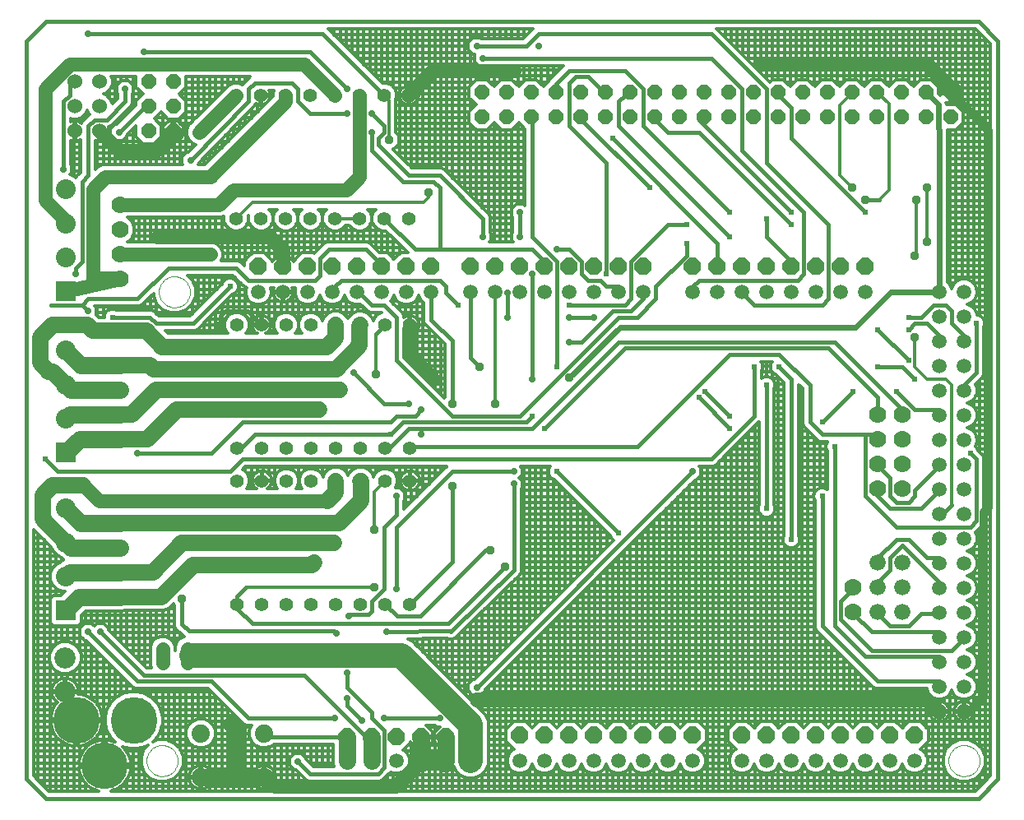
<source format=gbl>
G75*
G70*
%OFA0B0*%
%FSLAX24Y24*%
%IPPOS*%
%LPD*%
%AMOC8*
5,1,8,0,0,1.08239X$1,22.5*
%
%ADD10C,0.0160*%
%ADD11C,0.0594*%
%ADD12C,0.0000*%
%ADD13C,0.0700*%
%ADD14C,0.0554*%
%ADD15C,0.0600*%
%ADD16C,0.1890*%
%ADD17C,0.0560*%
%ADD18R,0.0800X0.0800*%
%ADD19C,0.0800*%
%ADD20C,0.0860*%
%ADD21C,0.0740*%
%ADD22OC8,0.0700*%
%ADD23C,0.0660*%
%ADD24OC8,0.0600*%
%ADD25C,0.0700*%
%ADD26C,0.0660*%
%ADD27C,0.0320*%
%ADD28C,0.0600*%
%ADD29C,0.0240*%
%ADD30C,0.0750*%
%ADD31OC8,0.0240*%
%ADD32R,0.0356X0.0356*%
%ADD33C,0.0120*%
%ADD34OC8,0.0356*%
%ADD35C,0.0240*%
%ADD36C,0.1000*%
%ADD37C,0.0400*%
D10*
X003160Y001147D02*
X003947Y000359D01*
X041743Y000359D01*
X042530Y001147D01*
X042530Y031068D01*
X041743Y031855D01*
X003947Y031855D01*
X003160Y031068D01*
X003160Y001147D01*
X007660Y005109D02*
X005660Y007109D01*
X006160Y007109D02*
X007910Y005359D01*
X014410Y005359D01*
X016910Y002859D01*
X017160Y002859D01*
X017660Y003109D02*
X017660Y001609D01*
X017410Y001359D01*
X014660Y001359D01*
X014160Y001859D01*
X012910Y002859D02*
X012790Y002999D01*
X012910Y002859D02*
X016160Y002859D01*
X016760Y003509D02*
X016160Y004109D01*
X016160Y004409D01*
X016160Y004859D02*
X016160Y005459D01*
X016160Y004859D02*
X017160Y003859D01*
X017160Y003609D01*
X017660Y003109D01*
X017660Y003609D02*
X019910Y003609D01*
X021410Y004859D02*
X030160Y013609D01*
X030910Y014109D02*
X032660Y015859D01*
X032660Y017859D01*
X033160Y017109D02*
X033160Y012109D01*
X034160Y010859D02*
X034160Y017359D01*
X033660Y017859D01*
X033660Y018359D02*
X034910Y017109D01*
X034910Y015609D01*
X035410Y015109D01*
X037160Y015109D01*
X037160Y012609D01*
X038410Y011359D01*
X041410Y011359D01*
X041660Y011609D01*
X041660Y014109D01*
X041410Y014359D01*
X040160Y013891D02*
X040160Y013859D01*
X039160Y012859D01*
X039160Y012609D01*
X038910Y012359D01*
X038410Y012359D01*
X038160Y012609D01*
X038160Y013359D01*
X037660Y013859D01*
X037660Y013909D01*
X037660Y012909D02*
X037660Y012609D01*
X038160Y012109D01*
X039410Y012109D01*
X040160Y012859D01*
X040160Y012891D01*
X040660Y012259D02*
X040291Y011891D01*
X040160Y011891D01*
X038910Y010859D02*
X038410Y010859D01*
X037660Y010109D01*
X037660Y009909D01*
X038160Y010109D02*
X038160Y009609D01*
X037660Y009109D01*
X037660Y008909D01*
X036660Y008909D02*
X036660Y008859D01*
X036160Y008359D01*
X036160Y007609D01*
X037410Y006359D01*
X040660Y006359D01*
X041160Y006859D01*
X041160Y006891D01*
X040160Y006891D02*
X040160Y007109D01*
X037410Y007109D01*
X036660Y007859D01*
X036660Y007909D01*
X035910Y007359D02*
X035910Y014609D01*
X037160Y015109D02*
X037660Y015109D01*
X037660Y014909D01*
X037660Y015909D02*
X037660Y016609D01*
X035660Y018609D01*
X027410Y018609D01*
X024160Y015359D01*
X023660Y015359D02*
X027160Y018859D01*
X035910Y018859D01*
X038660Y016109D01*
X038660Y015909D01*
X039160Y016109D02*
X038410Y016859D01*
X039160Y017359D02*
X038660Y017859D01*
X037660Y017859D01*
X038910Y018109D02*
X037660Y019359D01*
X038910Y019359D02*
X039160Y019609D01*
X039660Y019609D01*
X040160Y019109D01*
X040160Y018891D01*
X040660Y019609D02*
X041160Y019109D01*
X041160Y018891D01*
X040660Y019609D02*
X040660Y020109D01*
X040410Y020359D01*
X039910Y020359D01*
X039410Y019859D01*
X038910Y019859D01*
X041660Y019609D02*
X041660Y017609D01*
X041160Y017109D01*
X041160Y016891D01*
X040160Y016109D02*
X040160Y015891D01*
X040160Y016109D02*
X039160Y016109D01*
X036660Y016859D02*
X035410Y015609D01*
X031660Y015359D02*
X030410Y016609D01*
X030660Y016859D02*
X031660Y015859D01*
X030910Y014109D02*
X011910Y014109D01*
X011410Y013609D01*
X004410Y013609D01*
X003910Y014109D01*
X007660Y014359D02*
X010660Y014359D01*
X011910Y015609D01*
X017910Y015609D01*
X018160Y015859D01*
X018910Y015859D01*
X019160Y016109D01*
X018660Y016359D02*
X017660Y016359D01*
X016410Y017609D01*
X018160Y018109D02*
X018160Y019859D01*
X017660Y020359D01*
X017160Y020359D01*
X016660Y020859D01*
X016560Y020891D01*
X015910Y021359D02*
X015660Y021109D01*
X015560Y020891D01*
X015910Y021359D02*
X019910Y021359D01*
X020160Y021109D01*
X020160Y020859D01*
X020660Y020359D01*
X021160Y020891D02*
X021160Y018209D01*
X021510Y017859D01*
X020410Y018909D02*
X020410Y016359D01*
X020410Y015859D02*
X018160Y018109D01*
X017310Y019178D02*
X017688Y019556D01*
X019560Y019759D02*
X019560Y020891D01*
X019560Y019759D02*
X020410Y018909D01*
X022660Y019859D02*
X022660Y020859D01*
X023660Y021609D02*
X023660Y017359D01*
X024660Y017859D02*
X024660Y022109D01*
X023660Y023109D01*
X023660Y027859D01*
X023617Y027973D01*
X025160Y027609D02*
X025160Y029359D01*
X025410Y029609D01*
X025910Y029609D01*
X026410Y029109D01*
X026617Y028973D01*
X027160Y028609D02*
X027410Y028859D01*
X027617Y028973D01*
X028160Y029109D02*
X027410Y029859D01*
X025160Y029859D01*
X024610Y029309D01*
X024617Y028973D01*
X025617Y027973D02*
X025660Y027859D01*
X028410Y025109D01*
X026660Y026109D02*
X025160Y027609D01*
X026910Y027109D02*
X031160Y022859D01*
X031160Y021909D01*
X030410Y021359D02*
X030160Y021109D01*
X030160Y020891D01*
X030410Y021359D02*
X034410Y021359D01*
X034660Y021609D01*
X034660Y024109D01*
X032160Y026609D01*
X032160Y029109D01*
X030910Y030359D01*
X021660Y030359D01*
X021410Y030859D02*
X023410Y030859D01*
X023910Y031359D01*
X030910Y031359D01*
X033160Y029109D01*
X033160Y026109D01*
X035660Y023609D01*
X035660Y020609D01*
X035410Y020359D01*
X032660Y020359D01*
X032160Y020859D01*
X032160Y020891D01*
X034160Y021909D02*
X034160Y022109D01*
X033160Y023109D01*
X033160Y023859D01*
X034160Y023609D02*
X030410Y027359D01*
X029160Y027359D01*
X028660Y027859D01*
X028617Y027973D01*
X028160Y027609D02*
X028160Y029109D01*
X027160Y028609D02*
X027160Y027609D01*
X031660Y023109D01*
X031660Y024109D02*
X028160Y027609D01*
X026660Y026109D02*
X026660Y021609D01*
X026410Y021359D02*
X026660Y021109D01*
X027160Y021109D01*
X027160Y020891D01*
X027660Y020609D02*
X027410Y020359D01*
X025160Y020359D01*
X025160Y019859D02*
X026160Y019859D01*
X026910Y020109D02*
X027660Y020109D01*
X028160Y020609D01*
X028160Y020891D01*
X028660Y021109D02*
X028660Y020609D01*
X027910Y019859D01*
X027160Y019859D01*
X023160Y015859D01*
X020410Y015859D01*
X019160Y015359D02*
X019160Y015109D01*
X019160Y015359D02*
X018660Y015359D01*
X017910Y014609D01*
X017688Y014556D01*
X017910Y015109D02*
X018410Y015609D01*
X023410Y015609D01*
X023660Y015859D01*
X023660Y015359D02*
X019160Y015359D01*
X018910Y014609D02*
X018688Y014556D01*
X018910Y014609D02*
X027910Y014609D01*
X031660Y018359D01*
X033660Y018359D01*
X029910Y022359D02*
X028660Y021109D01*
X027660Y020609D02*
X027660Y022109D01*
X029160Y023609D01*
X029910Y023609D01*
X029910Y022859D02*
X029910Y022359D01*
X026910Y020109D02*
X025660Y018859D01*
X025160Y018859D01*
X025910Y021359D02*
X026410Y021359D01*
X025910Y021359D02*
X025660Y021609D01*
X025660Y022109D01*
X025160Y022609D01*
X024660Y022609D01*
X024160Y022109D02*
X024160Y021909D01*
X024160Y022109D02*
X023660Y022609D01*
X019910Y022609D01*
X019910Y025109D01*
X019660Y025359D01*
X018410Y025359D01*
X017160Y026609D01*
X017160Y027359D01*
X017410Y027109D02*
X017410Y026859D01*
X018660Y025609D01*
X019910Y025609D01*
X021660Y023859D01*
X021660Y023109D01*
X023160Y023109D02*
X023160Y024109D01*
X019910Y022609D02*
X018910Y022609D01*
X017660Y023859D01*
X016910Y022609D02*
X015410Y022609D01*
X015060Y022259D01*
X015060Y021559D01*
X014860Y021359D01*
X012160Y021359D01*
X011660Y021859D01*
X008910Y021859D01*
X007660Y020609D01*
X005660Y020609D01*
X005410Y020359D01*
X005660Y020109D01*
X005410Y020359D02*
X004160Y020359D01*
X005160Y021609D02*
X005160Y021859D01*
X005410Y022109D01*
X005410Y025359D01*
X005660Y025609D01*
X005660Y027609D01*
X005910Y027859D01*
X006410Y027859D01*
X007160Y028609D01*
X007160Y029109D01*
X007910Y028359D02*
X008110Y028409D01*
X007910Y028359D02*
X006910Y027359D01*
X004910Y028859D02*
X004660Y028609D01*
X004660Y025859D01*
X004910Y028859D02*
X004910Y029359D01*
X005126Y029406D01*
X005660Y031359D02*
X015160Y031359D01*
X017660Y028859D01*
X017160Y028109D02*
X017660Y027609D01*
X017660Y027359D01*
X017410Y027109D01*
X016160Y028109D02*
X014660Y028109D01*
X014160Y028609D01*
X014160Y029109D01*
X013910Y029359D01*
X012410Y029359D01*
X012160Y029109D01*
X012160Y028609D01*
X009810Y026209D01*
X007910Y030609D02*
X014660Y030609D01*
X016160Y029109D01*
X016910Y022609D02*
X017410Y022109D01*
X017560Y021909D01*
X014560Y020891D02*
X014410Y020859D01*
X012688Y019556D02*
X012134Y020109D01*
X011210Y020109D01*
X011010Y019909D01*
X011010Y019559D01*
X010960Y019509D01*
X009910Y019609D02*
X011410Y021109D01*
X009910Y019609D02*
X008410Y019609D01*
X008160Y019859D01*
X006660Y019859D01*
X011910Y014609D02*
X012410Y015109D01*
X017910Y015109D01*
X020410Y013609D02*
X022910Y013609D01*
X022910Y013109D02*
X022910Y009609D01*
X020360Y007109D01*
X020310Y007159D01*
X017760Y007109D01*
X018185Y007759D02*
X017707Y008237D01*
X017160Y008359D02*
X017160Y007959D01*
X017010Y007809D01*
X016260Y007809D01*
X016210Y007759D01*
X015610Y007159D02*
X015710Y007059D01*
X015610Y007159D02*
X009760Y007159D01*
X009460Y007409D01*
X009460Y008459D01*
X011707Y008556D02*
X011707Y008237D01*
X011707Y008062D01*
X012310Y007459D01*
X020260Y007459D01*
X022560Y009759D01*
X021960Y010409D02*
X021760Y010409D01*
X019110Y007759D01*
X018185Y007759D01*
X018707Y008237D02*
X020410Y009940D01*
X020410Y013009D01*
X020410Y013609D02*
X018160Y011359D01*
X018160Y008859D01*
X017660Y008859D02*
X017160Y008359D01*
X017660Y008859D02*
X017660Y011359D01*
X018160Y011859D01*
X018160Y012609D01*
X012060Y008909D02*
X011707Y008556D01*
X010660Y005109D02*
X007660Y005109D01*
X010660Y005109D02*
X012160Y003609D01*
X015660Y003609D01*
X024660Y013609D02*
X027160Y011109D01*
X035410Y012609D02*
X035410Y007359D01*
X037660Y005109D01*
X040160Y005109D01*
X040160Y004891D01*
X040160Y005891D02*
X040160Y006109D01*
X037160Y006109D01*
X035910Y007359D01*
X037660Y007859D02*
X037660Y007909D01*
X037660Y007859D02*
X038160Y007359D01*
X038910Y007359D01*
X039410Y007859D01*
X040160Y007859D01*
X040160Y007891D01*
X040160Y008891D02*
X040160Y009109D01*
X038660Y010609D01*
X038160Y010109D01*
X038910Y010859D02*
X039660Y010109D01*
X040160Y010109D01*
X040160Y009891D01*
X037160Y024109D02*
X034160Y027109D01*
X034160Y028359D01*
X033660Y028859D01*
X033617Y028973D01*
X030617Y027973D02*
X030410Y027859D01*
X034160Y024109D01*
X037160Y024609D02*
X037710Y024609D01*
X036617Y028966D02*
X036617Y028973D01*
X011910Y014609D02*
X011688Y014556D01*
D11*
X012560Y020891D03*
X013560Y020891D03*
X014560Y020891D03*
X015560Y020891D03*
X016560Y020891D03*
X017560Y020891D03*
X018560Y020891D03*
X019560Y020891D03*
X021160Y020891D03*
X022160Y020891D03*
X023160Y020891D03*
X024160Y020891D03*
X025160Y020891D03*
X026160Y020891D03*
X027160Y020891D03*
X028160Y020891D03*
X030160Y020891D03*
X031160Y020891D03*
X032160Y020891D03*
X033160Y020891D03*
X034160Y020891D03*
X035160Y020891D03*
X036160Y020891D03*
X037160Y020891D03*
X040160Y020891D03*
X041160Y020891D03*
X041160Y019891D03*
X040160Y019891D03*
X040160Y018891D03*
X041160Y018891D03*
X041160Y017891D03*
X040160Y017891D03*
X040160Y016891D03*
X041160Y016891D03*
X041160Y015891D03*
X040160Y015891D03*
X040160Y014891D03*
X041160Y014891D03*
X041160Y013891D03*
X040160Y013891D03*
X040160Y012891D03*
X041160Y012891D03*
X041160Y011891D03*
X040160Y011891D03*
X040160Y010891D03*
X041160Y010891D03*
X041160Y009891D03*
X040160Y009891D03*
X040160Y008891D03*
X041160Y008891D03*
X041160Y007891D03*
X040160Y007891D03*
X040160Y006891D03*
X041160Y006891D03*
X041160Y005891D03*
X040160Y005891D03*
X040160Y004891D03*
X041160Y004891D03*
X041160Y003891D03*
X040160Y003891D03*
X039160Y001891D03*
X038160Y001891D03*
X037160Y001891D03*
X036160Y001891D03*
X035160Y001891D03*
X034160Y001891D03*
X033160Y001891D03*
X032160Y001891D03*
X030160Y001891D03*
X029160Y001891D03*
X028160Y001891D03*
X027160Y001891D03*
X026160Y001891D03*
X025160Y001891D03*
X024160Y001891D03*
X023160Y001891D03*
X021160Y001891D03*
X020160Y001891D03*
X019160Y001891D03*
X018160Y001891D03*
X017160Y001891D03*
X016160Y001891D03*
D12*
X008030Y001891D02*
X008032Y001941D01*
X008038Y001991D01*
X008048Y002040D01*
X008062Y002088D01*
X008079Y002135D01*
X008100Y002180D01*
X008125Y002224D01*
X008153Y002265D01*
X008185Y002304D01*
X008219Y002341D01*
X008256Y002375D01*
X008296Y002405D01*
X008338Y002432D01*
X008382Y002456D01*
X008428Y002477D01*
X008475Y002493D01*
X008523Y002506D01*
X008573Y002515D01*
X008622Y002520D01*
X008673Y002521D01*
X008723Y002518D01*
X008772Y002511D01*
X008821Y002500D01*
X008869Y002485D01*
X008915Y002467D01*
X008960Y002445D01*
X009003Y002419D01*
X009044Y002390D01*
X009083Y002358D01*
X009119Y002323D01*
X009151Y002285D01*
X009181Y002245D01*
X009208Y002202D01*
X009231Y002158D01*
X009250Y002112D01*
X009266Y002064D01*
X009278Y002015D01*
X009286Y001966D01*
X009290Y001916D01*
X009290Y001866D01*
X009286Y001816D01*
X009278Y001767D01*
X009266Y001718D01*
X009250Y001670D01*
X009231Y001624D01*
X009208Y001580D01*
X009181Y001537D01*
X009151Y001497D01*
X009119Y001459D01*
X009083Y001424D01*
X009044Y001392D01*
X009003Y001363D01*
X008960Y001337D01*
X008915Y001315D01*
X008869Y001297D01*
X008821Y001282D01*
X008772Y001271D01*
X008723Y001264D01*
X008673Y001261D01*
X008622Y001262D01*
X008573Y001267D01*
X008523Y001276D01*
X008475Y001289D01*
X008428Y001305D01*
X008382Y001326D01*
X008338Y001350D01*
X008296Y001377D01*
X008256Y001407D01*
X008219Y001441D01*
X008185Y001478D01*
X008153Y001517D01*
X008125Y001558D01*
X008100Y001602D01*
X008079Y001647D01*
X008062Y001694D01*
X008048Y001742D01*
X008038Y001791D01*
X008032Y001841D01*
X008030Y001891D01*
X008530Y020891D02*
X008532Y020941D01*
X008538Y020991D01*
X008548Y021040D01*
X008562Y021088D01*
X008579Y021135D01*
X008600Y021180D01*
X008625Y021224D01*
X008653Y021265D01*
X008685Y021304D01*
X008719Y021341D01*
X008756Y021375D01*
X008796Y021405D01*
X008838Y021432D01*
X008882Y021456D01*
X008928Y021477D01*
X008975Y021493D01*
X009023Y021506D01*
X009073Y021515D01*
X009122Y021520D01*
X009173Y021521D01*
X009223Y021518D01*
X009272Y021511D01*
X009321Y021500D01*
X009369Y021485D01*
X009415Y021467D01*
X009460Y021445D01*
X009503Y021419D01*
X009544Y021390D01*
X009583Y021358D01*
X009619Y021323D01*
X009651Y021285D01*
X009681Y021245D01*
X009708Y021202D01*
X009731Y021158D01*
X009750Y021112D01*
X009766Y021064D01*
X009778Y021015D01*
X009786Y020966D01*
X009790Y020916D01*
X009790Y020866D01*
X009786Y020816D01*
X009778Y020767D01*
X009766Y020718D01*
X009750Y020670D01*
X009731Y020624D01*
X009708Y020580D01*
X009681Y020537D01*
X009651Y020497D01*
X009619Y020459D01*
X009583Y020424D01*
X009544Y020392D01*
X009503Y020363D01*
X009460Y020337D01*
X009415Y020315D01*
X009369Y020297D01*
X009321Y020282D01*
X009272Y020271D01*
X009223Y020264D01*
X009173Y020261D01*
X009122Y020262D01*
X009073Y020267D01*
X009023Y020276D01*
X008975Y020289D01*
X008928Y020305D01*
X008882Y020326D01*
X008838Y020350D01*
X008796Y020377D01*
X008756Y020407D01*
X008719Y020441D01*
X008685Y020478D01*
X008653Y020517D01*
X008625Y020558D01*
X008600Y020602D01*
X008579Y020647D01*
X008562Y020694D01*
X008548Y020742D01*
X008538Y020791D01*
X008532Y020841D01*
X008530Y020891D01*
X040530Y001891D02*
X040532Y001941D01*
X040538Y001991D01*
X040548Y002040D01*
X040562Y002088D01*
X040579Y002135D01*
X040600Y002180D01*
X040625Y002224D01*
X040653Y002265D01*
X040685Y002304D01*
X040719Y002341D01*
X040756Y002375D01*
X040796Y002405D01*
X040838Y002432D01*
X040882Y002456D01*
X040928Y002477D01*
X040975Y002493D01*
X041023Y002506D01*
X041073Y002515D01*
X041122Y002520D01*
X041173Y002521D01*
X041223Y002518D01*
X041272Y002511D01*
X041321Y002500D01*
X041369Y002485D01*
X041415Y002467D01*
X041460Y002445D01*
X041503Y002419D01*
X041544Y002390D01*
X041583Y002358D01*
X041619Y002323D01*
X041651Y002285D01*
X041681Y002245D01*
X041708Y002202D01*
X041731Y002158D01*
X041750Y002112D01*
X041766Y002064D01*
X041778Y002015D01*
X041786Y001966D01*
X041790Y001916D01*
X041790Y001866D01*
X041786Y001816D01*
X041778Y001767D01*
X041766Y001718D01*
X041750Y001670D01*
X041731Y001624D01*
X041708Y001580D01*
X041681Y001537D01*
X041651Y001497D01*
X041619Y001459D01*
X041583Y001424D01*
X041544Y001392D01*
X041503Y001363D01*
X041460Y001337D01*
X041415Y001315D01*
X041369Y001297D01*
X041321Y001282D01*
X041272Y001271D01*
X041223Y001264D01*
X041173Y001261D01*
X041122Y001262D01*
X041073Y001267D01*
X041023Y001276D01*
X040975Y001289D01*
X040928Y001305D01*
X040882Y001326D01*
X040838Y001350D01*
X040796Y001377D01*
X040756Y001407D01*
X040719Y001441D01*
X040685Y001478D01*
X040653Y001517D01*
X040625Y001558D01*
X040600Y001602D01*
X040579Y001647D01*
X040562Y001694D01*
X040548Y001742D01*
X040538Y001791D01*
X040532Y001841D01*
X040530Y001891D01*
D13*
X036660Y007909D03*
X036660Y008909D03*
X037660Y012909D03*
X038660Y012909D03*
X038660Y013909D03*
X037660Y013909D03*
X037660Y014909D03*
X038660Y014909D03*
X038660Y015909D03*
X037660Y015909D03*
X006960Y015925D03*
X006960Y014925D03*
X006960Y016925D03*
X006960Y017925D03*
X006960Y021409D03*
X006960Y022409D03*
X006960Y023409D03*
X006960Y024409D03*
X006960Y011528D03*
X006960Y010528D03*
X006960Y009528D03*
X006960Y008528D03*
D14*
X011707Y008237D03*
X012707Y008237D03*
X013707Y008237D03*
X014707Y008237D03*
X015707Y008237D03*
X016707Y008237D03*
X017707Y008237D03*
X018707Y008237D03*
X018707Y013237D03*
X017707Y013237D03*
X016707Y013237D03*
X015707Y013237D03*
X014707Y013237D03*
X013707Y013237D03*
X012707Y013237D03*
X011707Y013237D03*
X011688Y014556D03*
X012688Y014556D03*
X013688Y014556D03*
X014688Y014556D03*
X015688Y014556D03*
X016688Y014556D03*
X017688Y014556D03*
X018688Y014556D03*
X018688Y019556D03*
X017688Y019556D03*
X016688Y019556D03*
X015688Y019556D03*
X014688Y019556D03*
X013688Y019556D03*
X012688Y019556D03*
X011688Y019556D03*
X011660Y023859D03*
X012660Y023859D03*
X013660Y023859D03*
X014660Y023859D03*
X015660Y023859D03*
X016660Y023859D03*
X017660Y023859D03*
X018660Y023859D03*
X018660Y028859D03*
X017660Y028859D03*
X016660Y028859D03*
X015660Y028859D03*
X014660Y028859D03*
X013660Y028859D03*
X012660Y028859D03*
X011660Y028859D03*
D15*
X006126Y028406D03*
X005126Y028406D03*
X005126Y029406D03*
X006126Y029406D03*
X006126Y027406D03*
X005126Y027406D03*
D16*
X005191Y003536D03*
X006333Y001686D03*
X007514Y003536D03*
D17*
X008681Y005869D02*
X008681Y006429D01*
X009681Y006429D02*
X009681Y005869D01*
X012850Y001219D02*
X013210Y000859D01*
X018129Y000859D01*
X019160Y001891D01*
X015360Y012409D02*
X006110Y012409D01*
X005460Y013059D01*
X004760Y020909D02*
X006960Y021409D01*
X006910Y021459D01*
X005860Y021459D01*
X005860Y025059D01*
X006360Y025559D01*
X010610Y025559D01*
X013660Y028609D01*
X013660Y028859D01*
X014410Y030109D02*
X004910Y030109D01*
X003910Y029109D01*
X003910Y024609D01*
X004660Y023859D01*
X004760Y023665D01*
X006960Y024409D02*
X010960Y024409D01*
X011560Y025009D01*
X016110Y025009D01*
X016660Y025559D01*
X016660Y028859D01*
X015660Y028859D02*
X014410Y030109D01*
X011660Y028859D02*
X010160Y027359D01*
X009160Y027359D02*
X009110Y027409D01*
X009160Y027359D02*
X008410Y026609D01*
X006910Y026609D01*
X006160Y027359D01*
X006126Y027406D01*
X008460Y023109D02*
X013060Y023109D01*
X013560Y022559D01*
X013560Y021909D01*
X010610Y022409D02*
X006960Y022409D01*
X018688Y019556D02*
X018660Y019359D01*
X018660Y018359D01*
X019660Y017359D01*
X019660Y029859D02*
X022910Y029859D01*
D18*
X004760Y020909D03*
X004760Y014375D03*
X004760Y007981D03*
D19*
X004760Y009359D03*
X004760Y010737D03*
X004760Y012115D03*
X004760Y015753D03*
X004760Y017131D03*
X004760Y018509D03*
X004760Y022287D03*
X004760Y023665D03*
X004760Y025043D03*
D20*
X004729Y006067D03*
X004729Y004690D03*
D21*
X010230Y002999D03*
X012790Y002999D03*
X012790Y001219D03*
X010230Y001219D03*
D22*
X016160Y002859D03*
X017160Y002859D03*
X018160Y002859D03*
X019160Y002859D03*
X020160Y002859D03*
X021160Y002859D03*
X023160Y002909D03*
X024160Y002909D03*
X025160Y002909D03*
X026160Y002909D03*
X027160Y002909D03*
X028160Y002909D03*
X029160Y002909D03*
X030160Y002909D03*
X032160Y002909D03*
X033160Y002909D03*
X034160Y002909D03*
X035160Y002909D03*
X036160Y002909D03*
X037160Y002909D03*
X038160Y002909D03*
X039160Y002909D03*
X037160Y021909D03*
X036160Y021909D03*
X035160Y021909D03*
X034160Y021909D03*
X033160Y021909D03*
X032160Y021909D03*
X031160Y021909D03*
X030160Y021909D03*
X028160Y021909D03*
X027160Y021909D03*
X026160Y021909D03*
X025160Y021909D03*
X024160Y021909D03*
X023160Y021909D03*
X022160Y021909D03*
X021160Y021909D03*
X019560Y021909D03*
X018560Y021909D03*
X017560Y021909D03*
X016560Y021909D03*
X015560Y021909D03*
X014560Y021909D03*
X013560Y021909D03*
X012560Y021909D03*
D23*
X037660Y009909D03*
X037660Y008909D03*
X037660Y007909D03*
X038660Y007909D03*
X038660Y008909D03*
X038660Y009909D03*
D24*
X038617Y027973D03*
X039617Y027973D03*
X040617Y027973D03*
X040617Y028973D03*
X039617Y028973D03*
X038617Y028973D03*
X037617Y028973D03*
X036617Y028973D03*
X035617Y028973D03*
X034617Y028973D03*
X033617Y028973D03*
X032617Y028973D03*
X031617Y028973D03*
X030617Y028973D03*
X029617Y028973D03*
X028617Y028973D03*
X027617Y028973D03*
X026617Y028973D03*
X025617Y028973D03*
X024617Y028973D03*
X023617Y028973D03*
X022617Y028973D03*
X021617Y028973D03*
X021617Y027973D03*
X022617Y027973D03*
X023617Y027973D03*
X024617Y027973D03*
X025617Y027973D03*
X026617Y027973D03*
X027617Y027973D03*
X028617Y027973D03*
X029617Y027973D03*
X030617Y027973D03*
X031617Y027973D03*
X032617Y027973D03*
X033617Y027973D03*
X034617Y027973D03*
X035617Y027973D03*
X036617Y027973D03*
X037617Y027973D03*
X009110Y028409D03*
X008110Y028409D03*
X008110Y027409D03*
X009110Y027409D03*
X009110Y029409D03*
X008110Y029409D03*
D25*
X004760Y018509D02*
X005344Y017925D01*
X006960Y017925D01*
X006960Y016925D02*
X004966Y016925D01*
X004760Y017131D01*
X004932Y015925D02*
X004760Y015753D01*
X004932Y015925D02*
X006960Y015925D01*
X006960Y014925D02*
X005310Y014925D01*
X004760Y014375D01*
X004760Y012115D02*
X005347Y011528D01*
X006960Y011528D01*
X006960Y010528D02*
X004969Y010528D01*
X004899Y010598D01*
X004760Y010737D01*
X004929Y009528D02*
X004760Y009359D01*
X004929Y009528D02*
X006960Y009528D01*
X006960Y008528D02*
X005307Y008528D01*
X004760Y007981D01*
X010230Y001219D02*
X011660Y001219D01*
X012790Y001219D01*
X012850Y001219D01*
X016160Y001891D02*
X016160Y002859D01*
X017160Y002859D02*
X017160Y001891D01*
X019160Y001891D02*
X019160Y002859D01*
X020160Y002859D02*
X020160Y001891D01*
D26*
X019160Y001891D01*
X009910Y009809D02*
X008629Y008528D01*
X006960Y008528D01*
X006960Y009528D02*
X008279Y009528D01*
X009460Y010709D01*
X015610Y010709D01*
X014810Y009909D02*
X014710Y009809D01*
X009910Y009809D01*
X006960Y011528D02*
X015829Y011528D01*
X016710Y012409D01*
X016710Y013234D01*
X016707Y013237D01*
X015707Y013237D02*
X015707Y012756D01*
X015360Y012409D01*
X015010Y016109D02*
X009260Y016109D01*
X008060Y014909D01*
X006976Y014909D01*
X006960Y014925D01*
X006960Y015925D02*
X007426Y015925D01*
X008410Y016909D01*
X015860Y016909D01*
X015710Y017759D02*
X016660Y018709D01*
X016660Y019528D01*
X016688Y019556D01*
X015688Y019556D02*
X015688Y019037D01*
X015310Y018659D01*
X008660Y018659D01*
X008010Y019309D01*
X005860Y019309D01*
X005610Y019559D01*
X004210Y019559D01*
X003710Y019059D01*
X003710Y018009D01*
X004060Y017659D01*
X004232Y017659D01*
X004760Y017131D01*
X006960Y017925D02*
X008144Y017925D01*
X008310Y017759D01*
X015710Y017759D01*
X005460Y013059D02*
X004210Y013059D01*
X003810Y012659D01*
X003810Y011687D01*
X004899Y010598D01*
D27*
X040617Y028973D02*
X042160Y027430D01*
X042160Y012159D01*
X041960Y011959D01*
X041960Y004459D01*
X041360Y003859D01*
X041160Y003859D01*
D28*
X041160Y003891D01*
X040160Y003859D02*
X040160Y003891D01*
X040160Y003859D02*
X039660Y004359D01*
X021410Y004359D01*
X011660Y003359D02*
X011660Y001219D01*
X011660Y003359D02*
X011510Y003359D01*
X018660Y028859D02*
X019660Y029859D01*
X032910Y030109D02*
X039660Y030109D01*
X040660Y029109D01*
X040617Y028973D01*
D29*
X037160Y024109D03*
X034160Y024109D03*
X034160Y023609D03*
X033160Y023859D03*
X031660Y024109D03*
X031660Y023109D03*
X029910Y022859D03*
X029910Y023609D03*
X028410Y025109D03*
X026910Y027109D03*
X026660Y021609D03*
X025160Y020359D03*
X024660Y017859D03*
X023660Y015859D03*
X024160Y015359D03*
X024660Y013609D03*
X027160Y011109D03*
X033160Y012109D03*
X034160Y010859D03*
X035410Y012609D03*
X035910Y014609D03*
X035410Y015609D03*
X036660Y016859D03*
X037660Y017859D03*
X038410Y016859D03*
X039160Y017359D03*
X038910Y018109D03*
X038910Y019359D03*
X038910Y019859D03*
X037660Y019359D03*
X041660Y019609D03*
X041410Y014359D03*
X033660Y017859D03*
X033160Y017109D03*
X032660Y017859D03*
X030660Y016859D03*
X030410Y016609D03*
X031660Y015859D03*
X031660Y015359D03*
X020660Y020359D03*
X017910Y015109D03*
X011410Y021109D03*
X006660Y019859D03*
X003910Y014109D03*
X021410Y004359D03*
D30*
X011510Y003359D03*
D31*
X014160Y001859D03*
X015660Y003609D03*
X016160Y004409D03*
X016160Y005459D03*
X015710Y007059D03*
X016210Y007759D03*
X017760Y007109D03*
X018160Y008859D03*
X018160Y012609D03*
X019160Y015109D03*
X019160Y016109D03*
X018660Y016359D03*
X019660Y017359D03*
X016410Y017609D03*
X022660Y019859D03*
X022660Y020859D03*
X023660Y021609D03*
X024660Y022609D03*
X023160Y023109D03*
X023160Y024109D03*
X021660Y023109D03*
X025160Y019859D03*
X026160Y019859D03*
X025160Y018859D03*
X023660Y017359D03*
X022910Y013609D03*
X022910Y013109D03*
X030160Y013609D03*
X021410Y004859D03*
X019910Y003609D03*
X017660Y003609D03*
X016760Y003509D03*
X006160Y007109D03*
X005660Y007109D03*
X007660Y014359D03*
X005660Y020109D03*
X005160Y021609D03*
X004660Y025859D03*
X006910Y027359D03*
X007160Y029109D03*
X007910Y030609D03*
X005660Y031359D03*
X010160Y027359D03*
X009810Y026209D03*
X016160Y028109D03*
X017160Y028109D03*
X017160Y027359D03*
X016160Y029109D03*
X021410Y030859D03*
X021660Y030359D03*
X022910Y029859D03*
X023910Y030859D03*
X032910Y030109D03*
D32*
X010960Y019509D03*
X008460Y023109D03*
D33*
X008440Y022909D02*
X008440Y023909D01*
X008680Y023909D02*
X008680Y022909D01*
X008920Y022909D02*
X008920Y023909D01*
X009160Y023909D02*
X009160Y022909D01*
X009400Y022909D02*
X009400Y023909D01*
X009640Y023909D02*
X009640Y022909D01*
X009880Y022909D02*
X009880Y023909D01*
X010120Y023909D02*
X010120Y022909D01*
X010360Y022909D02*
X010360Y023909D01*
X010600Y023909D02*
X010600Y022909D01*
X010709Y022909D02*
X007242Y022909D01*
X007283Y022926D01*
X007443Y023086D01*
X007530Y023296D01*
X007530Y023523D01*
X007443Y023732D01*
X007283Y023892D01*
X007242Y023909D01*
X007242Y023909D01*
X011059Y023909D01*
X011163Y023952D01*
X011163Y023760D01*
X011239Y023578D01*
X011378Y023438D01*
X011561Y023362D01*
X011759Y023362D01*
X011942Y023438D01*
X012081Y023578D01*
X012157Y023760D01*
X012157Y023958D01*
X012156Y023960D01*
X012168Y023972D01*
X012163Y023958D01*
X012163Y023760D01*
X012239Y023578D01*
X012378Y023438D01*
X012561Y023362D01*
X012759Y023362D01*
X012942Y023438D01*
X013081Y023578D01*
X013157Y023760D01*
X013157Y023958D01*
X013081Y024141D01*
X012993Y024229D01*
X013327Y024229D01*
X013239Y024141D01*
X013163Y023958D01*
X013163Y023760D01*
X013239Y023578D01*
X013378Y023438D01*
X013561Y023362D01*
X013759Y023362D01*
X013942Y023438D01*
X014081Y023578D01*
X014157Y023760D01*
X014157Y023958D01*
X014081Y024141D01*
X013993Y024229D01*
X014327Y024229D01*
X014239Y024141D01*
X014163Y023958D01*
X014163Y023760D01*
X014239Y023578D01*
X014378Y023438D01*
X014561Y023362D01*
X014759Y023362D01*
X014942Y023438D01*
X015081Y023578D01*
X015157Y023760D01*
X015157Y023958D01*
X015081Y024141D01*
X014993Y024229D01*
X015327Y024229D01*
X015239Y024141D01*
X015163Y023958D01*
X015163Y023760D01*
X015239Y023578D01*
X015378Y023438D01*
X015561Y023362D01*
X015759Y023362D01*
X015942Y023438D01*
X016081Y023578D01*
X016082Y023579D01*
X016238Y023579D01*
X016239Y023578D01*
X016378Y023438D01*
X016561Y023362D01*
X016759Y023362D01*
X016942Y023438D01*
X017081Y023578D01*
X017157Y023760D01*
X017157Y023958D01*
X017081Y024141D01*
X016993Y024229D01*
X017327Y024229D01*
X017239Y024141D01*
X017163Y023958D01*
X017163Y023760D01*
X017239Y023578D01*
X017378Y023438D01*
X017561Y023362D01*
X017733Y023362D01*
X018616Y022479D01*
X018324Y022479D01*
X018060Y022215D01*
X017796Y022479D01*
X017464Y022479D01*
X017164Y022779D01*
X017080Y022864D01*
X016970Y022909D01*
X015350Y022909D01*
X015240Y022864D01*
X015156Y022779D01*
X014826Y022449D01*
X014796Y022479D01*
X014324Y022479D01*
X013990Y022145D01*
X013990Y022130D01*
X013751Y022369D01*
X013600Y022369D01*
X013600Y021949D01*
X013520Y021949D01*
X013520Y022369D01*
X013369Y022369D01*
X013130Y022130D01*
X013130Y022145D01*
X012796Y022479D01*
X012324Y022479D01*
X011990Y022145D01*
X011990Y021953D01*
X011914Y022029D01*
X011830Y022114D01*
X011720Y022159D01*
X011048Y022159D01*
X011110Y022310D01*
X011110Y022509D01*
X011034Y022692D01*
X010893Y022833D01*
X010709Y022909D01*
X010840Y022855D02*
X010840Y023909D01*
X011080Y023918D02*
X011080Y022581D01*
X011039Y022679D02*
X015056Y022679D01*
X015160Y022783D02*
X015160Y024229D01*
X015090Y024119D02*
X015230Y024119D01*
X015163Y023879D02*
X015157Y023879D01*
X015107Y023639D02*
X015213Y023639D01*
X015400Y023429D02*
X015400Y022909D01*
X015640Y022909D02*
X015640Y023362D01*
X015471Y023399D02*
X014849Y023399D01*
X014920Y023429D02*
X014920Y022543D01*
X014680Y022479D02*
X014680Y023362D01*
X014471Y023399D02*
X013849Y023399D01*
X013960Y023456D02*
X013960Y022160D01*
X013921Y022199D02*
X014044Y022199D01*
X014200Y022355D02*
X014200Y023671D01*
X014213Y023639D02*
X014107Y023639D01*
X014157Y023879D02*
X014163Y023879D01*
X014200Y024048D02*
X014200Y024229D01*
X014230Y024119D02*
X014090Y024119D01*
X013240Y024142D02*
X013240Y024229D01*
X013230Y024119D02*
X013090Y024119D01*
X013000Y024222D02*
X013000Y024229D01*
X013157Y023879D02*
X013163Y023879D01*
X013213Y023639D02*
X013107Y023639D01*
X013240Y023576D02*
X013240Y022240D01*
X013199Y022199D02*
X013076Y022199D01*
X013000Y022275D02*
X013000Y023496D01*
X012849Y023399D02*
X013471Y023399D01*
X013480Y023396D02*
X013480Y022369D01*
X013520Y022199D02*
X013600Y022199D01*
X013720Y022369D02*
X013720Y023362D01*
X014440Y023412D02*
X014440Y022479D01*
X014284Y022439D02*
X012836Y022439D01*
X012760Y022479D02*
X012760Y023362D01*
X012520Y023379D02*
X012520Y022479D01*
X012284Y022439D02*
X011110Y022439D01*
X011080Y022237D02*
X011080Y022159D01*
X011064Y022199D02*
X012044Y022199D01*
X012040Y022195D02*
X012040Y023536D01*
X012107Y023639D02*
X012213Y023639D01*
X012280Y023536D02*
X012280Y022435D01*
X011990Y021959D02*
X011984Y021959D01*
X011800Y022126D02*
X011800Y023379D01*
X011849Y023399D02*
X012471Y023399D01*
X012163Y023879D02*
X012157Y023879D01*
X011660Y023859D02*
X012310Y024509D01*
X019260Y024509D01*
X019460Y024709D01*
X019460Y024909D01*
X020384Y025559D02*
X023360Y025559D01*
X023360Y025319D02*
X020624Y025319D01*
X020680Y025263D02*
X020680Y031555D01*
X020440Y031555D02*
X020440Y025503D01*
X020200Y025743D02*
X020200Y031555D01*
X019960Y031555D02*
X019960Y025909D01*
X019970Y025909D02*
X018784Y025909D01*
X018029Y026665D01*
X018258Y026894D01*
X018258Y027224D01*
X018140Y027342D01*
X018140Y028715D01*
X018139Y028717D01*
X018157Y028760D01*
X018157Y028958D01*
X018081Y029141D01*
X017942Y029281D01*
X017759Y029356D01*
X017587Y029356D01*
X015388Y031555D01*
X023682Y031555D01*
X023656Y031529D01*
X023286Y031159D01*
X021591Y031159D01*
X021551Y031199D01*
X021269Y031199D01*
X021070Y031000D01*
X021070Y030718D01*
X021269Y030519D01*
X021339Y030519D01*
X021320Y030500D01*
X021320Y030218D01*
X021519Y030019D01*
X021801Y030019D01*
X021841Y030059D01*
X024936Y030059D01*
X024438Y029561D01*
X024435Y029560D01*
X024396Y029519D01*
X024356Y029479D01*
X024354Y029476D01*
X024352Y029474D01*
X024333Y029425D01*
X024117Y029209D01*
X023832Y029493D01*
X023401Y029493D01*
X023117Y029209D01*
X022832Y029493D01*
X022401Y029493D01*
X022117Y029209D01*
X021832Y029493D01*
X021401Y029493D01*
X021097Y029189D01*
X021097Y028758D01*
X021381Y028473D01*
X021097Y028189D01*
X021097Y027758D01*
X021401Y027453D01*
X021832Y027453D01*
X022117Y027738D01*
X022401Y027453D01*
X022832Y027453D01*
X023117Y027738D01*
X023360Y027495D01*
X023360Y024390D01*
X023301Y024449D01*
X023019Y024449D01*
X022820Y024250D01*
X022820Y023968D01*
X022860Y023928D01*
X022860Y023290D01*
X022820Y023250D01*
X022820Y022968D01*
X022879Y022909D01*
X021941Y022909D01*
X022000Y022968D01*
X022000Y023250D01*
X021960Y023290D01*
X021960Y023919D01*
X021914Y024029D01*
X021830Y024114D01*
X020080Y025864D01*
X019970Y025909D01*
X020144Y025799D02*
X023360Y025799D01*
X023360Y026039D02*
X018654Y026039D01*
X018760Y025933D02*
X018760Y028484D01*
X018773Y028487D02*
X018843Y028516D01*
X018907Y028558D01*
X018961Y028612D01*
X019003Y028676D01*
X019032Y028746D01*
X019047Y028821D01*
X019047Y028831D01*
X018689Y028831D01*
X018689Y028888D01*
X019047Y028888D01*
X019047Y028897D01*
X019032Y028972D01*
X019003Y029043D01*
X018961Y029106D01*
X018907Y029160D01*
X018843Y029202D01*
X018773Y029231D01*
X018698Y029246D01*
X018689Y029246D01*
X018689Y028888D01*
X018631Y028888D01*
X018631Y028831D01*
X018273Y028831D01*
X018273Y028821D01*
X018288Y028746D01*
X018317Y028676D01*
X018359Y028612D01*
X018413Y028558D01*
X018477Y028516D01*
X018547Y028487D01*
X018622Y028472D01*
X018631Y028472D01*
X018631Y028831D01*
X018689Y028831D01*
X018689Y028472D01*
X018698Y028472D01*
X018773Y028487D01*
X018689Y028679D02*
X018631Y028679D01*
X018520Y028831D02*
X018520Y028888D01*
X018631Y028888D02*
X018273Y028888D01*
X018273Y028897D01*
X018288Y028972D01*
X018317Y029043D01*
X018359Y029106D01*
X018413Y029160D01*
X018477Y029202D01*
X018547Y029231D01*
X018622Y029246D01*
X018631Y029246D01*
X018631Y028888D01*
X018631Y028919D02*
X018689Y028919D01*
X018760Y028888D02*
X018760Y028831D01*
X019000Y028831D02*
X019000Y028888D01*
X019043Y028919D02*
X021097Y028919D01*
X021160Y028695D02*
X021160Y028252D01*
X021107Y028199D02*
X018140Y028199D01*
X018140Y027959D02*
X021097Y027959D01*
X021135Y027719D02*
X018140Y027719D01*
X018140Y027479D02*
X021375Y027479D01*
X021400Y027455D02*
X021400Y024543D01*
X021344Y024599D02*
X023360Y024599D01*
X023320Y024430D02*
X023320Y027535D01*
X023360Y027479D02*
X022858Y027479D01*
X022840Y027461D02*
X022840Y024270D01*
X022929Y024359D02*
X021584Y024359D01*
X021640Y024303D02*
X021640Y027453D01*
X021858Y027479D02*
X022375Y027479D01*
X022360Y027495D02*
X022360Y022909D01*
X022600Y022909D02*
X022600Y027453D01*
X022135Y027719D02*
X022098Y027719D01*
X022120Y027735D02*
X022120Y022909D01*
X021951Y022919D02*
X022869Y022919D01*
X022840Y022909D02*
X022840Y022948D01*
X022820Y023159D02*
X022000Y023159D01*
X021960Y023399D02*
X022860Y023399D01*
X022840Y023270D02*
X022840Y023948D01*
X022860Y023879D02*
X021960Y023879D01*
X021880Y024063D02*
X021880Y027501D01*
X021160Y027695D02*
X021160Y024783D01*
X021104Y024839D02*
X023360Y024839D01*
X023360Y025079D02*
X020864Y025079D01*
X020920Y025023D02*
X020920Y031555D01*
X021160Y031555D02*
X021160Y031090D01*
X021149Y031079D02*
X015864Y031079D01*
X015880Y031063D02*
X015880Y031555D01*
X015640Y031555D02*
X015640Y031303D01*
X015624Y031319D02*
X023446Y031319D01*
X023560Y031433D02*
X023560Y031555D01*
X023320Y031555D02*
X023320Y031193D01*
X023080Y031159D02*
X023080Y031555D01*
X022840Y031555D02*
X022840Y031159D01*
X022600Y031159D02*
X022600Y031555D01*
X022360Y031555D02*
X022360Y031159D01*
X022120Y031159D02*
X022120Y031555D01*
X021880Y031555D02*
X021880Y031159D01*
X021640Y031159D02*
X021640Y031555D01*
X021400Y031555D02*
X021400Y031199D01*
X021070Y030839D02*
X016104Y030839D01*
X016120Y030823D02*
X016120Y031555D01*
X016360Y031555D02*
X016360Y030583D01*
X016344Y030599D02*
X021189Y030599D01*
X021160Y030628D02*
X021160Y029252D01*
X021097Y029159D02*
X018908Y029159D01*
X019000Y029047D02*
X019000Y031555D01*
X018760Y031555D02*
X018760Y029234D01*
X018689Y029159D02*
X018631Y029159D01*
X018520Y029220D02*
X018520Y031555D01*
X018280Y031555D02*
X018280Y028933D01*
X018277Y028919D02*
X018157Y028919D01*
X018280Y028888D02*
X018280Y028831D01*
X018280Y028785D02*
X018280Y026413D01*
X018174Y026519D02*
X023360Y026519D01*
X023360Y026279D02*
X018414Y026279D01*
X018520Y026173D02*
X018520Y028498D01*
X018315Y028679D02*
X018140Y028679D01*
X018140Y028439D02*
X021347Y028439D01*
X021175Y028679D02*
X019005Y028679D01*
X019000Y028671D02*
X019000Y025909D01*
X019240Y025909D02*
X019240Y031555D01*
X019480Y031555D02*
X019480Y025909D01*
X019720Y025909D02*
X019720Y031555D01*
X018040Y031555D02*
X018040Y029182D01*
X018063Y029159D02*
X018412Y029159D01*
X017800Y029339D02*
X017800Y031555D01*
X017560Y031555D02*
X017560Y029383D01*
X017544Y029399D02*
X021307Y029399D01*
X021400Y029492D02*
X021400Y030138D01*
X021419Y030119D02*
X016824Y030119D01*
X016840Y030103D02*
X016840Y031555D01*
X016600Y031555D02*
X016600Y030343D01*
X016584Y030359D02*
X021320Y030359D01*
X021640Y030019D02*
X021640Y029493D01*
X021880Y029445D02*
X021880Y030059D01*
X022120Y030059D02*
X022120Y029212D01*
X022307Y029399D02*
X021926Y029399D01*
X022360Y029452D02*
X022360Y030059D01*
X022600Y030059D02*
X022600Y029493D01*
X022840Y029485D02*
X022840Y030059D01*
X023080Y030059D02*
X023080Y029245D01*
X022926Y029399D02*
X023307Y029399D01*
X023320Y029412D02*
X023320Y030059D01*
X023560Y030059D02*
X023560Y029493D01*
X023800Y029493D02*
X023800Y030059D01*
X024040Y030059D02*
X024040Y029285D01*
X023926Y029399D02*
X024307Y029399D01*
X024280Y029372D02*
X024280Y030059D01*
X024520Y030059D02*
X024520Y029643D01*
X024516Y029639D02*
X017304Y029639D01*
X017320Y029623D02*
X017320Y031555D01*
X017080Y031555D02*
X017080Y029863D01*
X017064Y029879D02*
X024756Y029879D01*
X024760Y029883D02*
X024760Y030059D01*
X023135Y027719D02*
X023098Y027719D01*
X023080Y027701D02*
X023080Y024449D01*
X022820Y024119D02*
X021824Y024119D01*
X021960Y023639D02*
X022860Y023639D01*
X022160Y020891D02*
X022160Y016359D01*
X020110Y016622D02*
X020091Y016603D01*
X018460Y018233D01*
X018460Y019242D01*
X018504Y019213D01*
X018575Y019184D01*
X018649Y019169D01*
X018659Y019169D01*
X018659Y019527D01*
X018716Y019527D01*
X018716Y019169D01*
X018726Y019169D01*
X018801Y019184D01*
X018871Y019213D01*
X018934Y019255D01*
X018988Y019309D01*
X019031Y019373D01*
X019060Y019443D01*
X019075Y019518D01*
X019075Y019527D01*
X018716Y019527D01*
X018716Y019585D01*
X018659Y019585D01*
X018659Y019943D01*
X018649Y019943D01*
X018575Y019928D01*
X018504Y019899D01*
X018460Y019870D01*
X018460Y019919D01*
X018414Y020029D01*
X017922Y020522D01*
X017998Y020598D01*
X018060Y020747D01*
X018122Y020598D01*
X018267Y020453D01*
X018457Y020374D01*
X018663Y020374D01*
X018853Y020453D01*
X018998Y020598D01*
X019060Y020747D01*
X019122Y020598D01*
X019260Y020460D01*
X019260Y019700D01*
X019306Y019589D01*
X019390Y019505D01*
X019390Y019505D01*
X020110Y018785D01*
X020110Y016622D01*
X020110Y016679D02*
X020014Y016679D01*
X019960Y016733D02*
X019960Y018935D01*
X020056Y018839D02*
X018460Y018839D01*
X018460Y018599D02*
X020110Y018599D01*
X020110Y018359D02*
X018460Y018359D01*
X018520Y018173D02*
X018520Y019206D01*
X018460Y019079D02*
X019816Y019079D01*
X019720Y019175D02*
X019720Y016973D01*
X019774Y016919D02*
X020110Y016919D01*
X020110Y017159D02*
X019534Y017159D01*
X019480Y017213D02*
X019480Y019415D01*
X019576Y019319D02*
X018995Y019319D01*
X019000Y019327D02*
X019000Y017693D01*
X019054Y017639D02*
X020110Y017639D01*
X020110Y017399D02*
X019294Y017399D01*
X019240Y017453D02*
X019240Y020480D01*
X019201Y020519D02*
X018919Y020519D01*
X019000Y020602D02*
X019000Y019785D01*
X018991Y019799D02*
X019260Y019799D01*
X019031Y019739D02*
X019060Y019669D01*
X019075Y019594D01*
X019075Y019585D01*
X018716Y019585D01*
X018716Y019943D01*
X018726Y019943D01*
X018801Y019928D01*
X018871Y019899D01*
X018934Y019857D01*
X018988Y019803D01*
X019031Y019739D01*
X019000Y019585D02*
X019000Y019527D01*
X018760Y019527D02*
X018760Y019585D01*
X018716Y019559D02*
X019336Y019559D01*
X019260Y020039D02*
X018404Y020039D01*
X018280Y020163D02*
X018280Y020447D01*
X018201Y020519D02*
X017924Y020519D01*
X018040Y020403D02*
X018040Y020699D01*
X018164Y020279D02*
X019260Y020279D01*
X018760Y020414D02*
X018760Y019936D01*
X018716Y019799D02*
X018659Y019799D01*
X018520Y019906D02*
X018520Y020374D01*
X017555Y020039D02*
X017406Y019978D01*
X017266Y019838D01*
X017216Y019717D01*
X017154Y019868D01*
X016999Y020022D01*
X016797Y020106D01*
X016578Y020106D01*
X016376Y020022D01*
X016194Y019840D01*
X016180Y019806D01*
X016154Y019868D01*
X015999Y020022D01*
X015797Y020106D01*
X015578Y020106D01*
X015376Y020022D01*
X015221Y019868D01*
X015159Y019717D01*
X015109Y019838D01*
X014969Y019978D01*
X014786Y020053D01*
X014589Y020053D01*
X014406Y019978D01*
X014266Y019838D01*
X014190Y019655D01*
X014190Y019457D01*
X014266Y019274D01*
X014331Y019209D01*
X014044Y019209D01*
X014109Y019274D01*
X014185Y019457D01*
X014185Y019655D01*
X014109Y019838D01*
X013969Y019978D01*
X013786Y020053D01*
X013589Y020053D01*
X013406Y019978D01*
X013266Y019838D01*
X013190Y019655D01*
X013190Y019457D01*
X013266Y019274D01*
X013331Y019209D01*
X012862Y019209D01*
X012871Y019213D01*
X012934Y019255D01*
X012988Y019309D01*
X013031Y019373D01*
X013060Y019443D01*
X013075Y019518D01*
X013075Y019527D01*
X012716Y019527D01*
X012716Y019585D01*
X012659Y019585D01*
X012659Y019943D01*
X012649Y019943D01*
X012575Y019928D01*
X012504Y019899D01*
X012441Y019857D01*
X012387Y019803D01*
X012344Y019739D01*
X012315Y019669D01*
X012300Y019594D01*
X012300Y019585D01*
X012659Y019585D01*
X012659Y019527D01*
X012300Y019527D01*
X012300Y019518D01*
X012315Y019443D01*
X012344Y019373D01*
X012387Y019309D01*
X012441Y019255D01*
X012504Y019213D01*
X012513Y019209D01*
X012044Y019209D01*
X012109Y019274D01*
X012185Y019457D01*
X012185Y019655D01*
X012109Y019838D01*
X011969Y019978D01*
X011786Y020053D01*
X011589Y020053D01*
X011406Y019978D01*
X011266Y019838D01*
X011190Y019655D01*
X011190Y019457D01*
X011266Y019274D01*
X011331Y019209D01*
X008888Y019209D01*
X008788Y019309D01*
X009970Y019309D01*
X010080Y019355D01*
X011506Y020781D01*
X011603Y020821D01*
X011698Y020917D01*
X011750Y021042D01*
X011750Y021177D01*
X011698Y021302D01*
X011603Y021397D01*
X011478Y021449D01*
X011342Y021449D01*
X011217Y021397D01*
X011122Y021302D01*
X011082Y021205D01*
X009786Y019909D01*
X008534Y019909D01*
X008330Y020114D01*
X008220Y020159D01*
X006824Y020159D01*
X006728Y020199D01*
X006592Y020199D01*
X006467Y020147D01*
X006372Y020052D01*
X006320Y019927D01*
X006320Y019859D01*
X006088Y019859D01*
X006076Y019871D01*
X005989Y019958D01*
X006000Y019968D01*
X006000Y020250D01*
X005941Y020309D01*
X007720Y020309D01*
X007720Y020159D01*
X007720Y020309D02*
X007830Y020355D01*
X008310Y020835D01*
X008310Y020722D01*
X008439Y020409D01*
X008679Y020170D01*
X008991Y020041D01*
X009329Y020041D01*
X009641Y020170D01*
X009881Y020409D01*
X010010Y020722D01*
X010010Y021060D01*
X009881Y021372D01*
X009693Y021559D01*
X011536Y021559D01*
X011906Y021189D01*
X011990Y021105D01*
X012075Y021070D01*
X012043Y020993D01*
X012043Y020788D01*
X012122Y020598D01*
X012267Y020453D01*
X012457Y020374D01*
X012663Y020374D01*
X012853Y020453D01*
X012998Y020598D01*
X013077Y020788D01*
X013077Y020993D01*
X013050Y021059D01*
X013189Y021059D01*
X013183Y021047D01*
X013163Y020986D01*
X013154Y020929D01*
X013522Y020929D01*
X013522Y020852D01*
X013598Y020852D01*
X013598Y020485D01*
X013655Y020494D01*
X013716Y020514D01*
X013773Y020543D01*
X013825Y020580D01*
X013870Y020626D01*
X013908Y020677D01*
X013937Y020735D01*
X013957Y020795D01*
X013966Y020852D01*
X013598Y020852D01*
X013598Y020929D01*
X013966Y020929D01*
X013957Y020986D01*
X013937Y021047D01*
X013931Y021059D01*
X014070Y021059D01*
X014043Y020993D01*
X014043Y020788D01*
X014122Y020598D01*
X014267Y020453D01*
X014457Y020374D01*
X014663Y020374D01*
X014853Y020453D01*
X014998Y020598D01*
X015060Y020747D01*
X015122Y020598D01*
X015267Y020453D01*
X015457Y020374D01*
X015663Y020374D01*
X015853Y020453D01*
X015998Y020598D01*
X016060Y020747D01*
X016122Y020598D01*
X016267Y020453D01*
X016457Y020374D01*
X016663Y020374D01*
X016704Y020391D01*
X016990Y020105D01*
X017100Y020059D01*
X017536Y020059D01*
X017555Y020039D01*
X016958Y020039D01*
X017080Y020068D02*
X017080Y019941D01*
X017182Y019799D02*
X017250Y019799D01*
X017320Y019892D02*
X017320Y020059D01*
X016840Y020088D02*
X016840Y020255D01*
X016816Y020279D02*
X011004Y020279D01*
X011080Y020355D02*
X011080Y019209D01*
X011248Y019319D02*
X009994Y019319D01*
X009880Y019309D02*
X009880Y019209D01*
X010120Y019209D02*
X010120Y019395D01*
X010284Y019559D02*
X011190Y019559D01*
X011250Y019799D02*
X010524Y019799D01*
X010600Y019875D02*
X010600Y019209D01*
X010360Y019209D02*
X010360Y019635D01*
X010764Y020039D02*
X011555Y020039D01*
X011560Y020041D02*
X011560Y020803D01*
X011484Y020759D02*
X012055Y020759D01*
X012046Y020999D02*
X011732Y020999D01*
X011724Y021239D02*
X011856Y021239D01*
X011800Y021295D02*
X011800Y020048D01*
X011820Y020039D02*
X013555Y020039D01*
X013480Y020008D02*
X013480Y020491D01*
X013465Y020494D02*
X013522Y020485D01*
X013522Y020852D01*
X013154Y020852D01*
X013163Y020795D01*
X013183Y020735D01*
X013212Y020677D01*
X013250Y020626D01*
X013295Y020580D01*
X013347Y020543D01*
X013404Y020514D01*
X013465Y020494D01*
X013522Y020519D02*
X013598Y020519D01*
X013720Y020516D02*
X013720Y020053D01*
X013820Y020039D02*
X014555Y020039D01*
X014440Y019992D02*
X014440Y020381D01*
X014680Y020381D02*
X014680Y020053D01*
X014820Y020039D02*
X015417Y020039D01*
X015400Y020032D02*
X015400Y020398D01*
X015201Y020519D02*
X014919Y020519D01*
X014920Y020520D02*
X014920Y019998D01*
X015125Y019799D02*
X015193Y019799D01*
X015160Y019720D02*
X015160Y020560D01*
X015640Y020374D02*
X015640Y020106D01*
X015880Y020072D02*
X015880Y020480D01*
X015919Y020519D02*
X016201Y020519D01*
X016120Y020602D02*
X016120Y019901D01*
X015958Y020039D02*
X016417Y020039D01*
X016360Y020006D02*
X016360Y020414D01*
X016600Y020374D02*
X016600Y020106D01*
X017310Y019178D02*
X017310Y017559D01*
X018574Y018119D02*
X020110Y018119D01*
X020110Y017879D02*
X018814Y017879D01*
X018760Y017933D02*
X018760Y019176D01*
X018716Y019319D02*
X018659Y019319D01*
X018560Y021909D02*
X018560Y022109D01*
X018280Y022435D02*
X018280Y022815D01*
X018176Y022919D02*
X007267Y022919D01*
X007480Y022909D02*
X007480Y023175D01*
X007473Y023159D02*
X017936Y023159D01*
X018040Y023055D02*
X018040Y022235D01*
X017836Y022439D02*
X018284Y022439D01*
X018520Y022479D02*
X018520Y022575D01*
X018416Y022679D02*
X017264Y022679D01*
X017320Y022623D02*
X017320Y023496D01*
X017213Y023639D02*
X017107Y023639D01*
X017080Y023576D02*
X017080Y022863D01*
X017164Y022779D02*
X017164Y022779D01*
X016840Y022909D02*
X016840Y023396D01*
X016849Y023399D02*
X017471Y023399D01*
X017560Y023362D02*
X017560Y022479D01*
X017800Y022475D02*
X017800Y023295D01*
X017163Y023879D02*
X017157Y023879D01*
X017090Y024119D02*
X017230Y024119D01*
X017320Y024222D02*
X017320Y024229D01*
X017080Y024229D02*
X017080Y024142D01*
X016660Y023859D02*
X015660Y023859D01*
X016120Y023579D02*
X016120Y022909D01*
X016360Y022909D02*
X016360Y023456D01*
X016471Y023399D02*
X015849Y023399D01*
X015880Y023412D02*
X015880Y022909D01*
X016600Y022909D02*
X016600Y023362D01*
X013600Y021959D02*
X013520Y021959D01*
X013960Y021059D02*
X013960Y020966D01*
X013953Y020999D02*
X014046Y020999D01*
X013960Y020929D02*
X013960Y020852D01*
X013960Y020815D02*
X013960Y019981D01*
X014125Y019799D02*
X014250Y019799D01*
X014200Y019678D02*
X014200Y020520D01*
X014201Y020519D02*
X013727Y020519D01*
X013598Y020759D02*
X013522Y020759D01*
X013480Y020852D02*
X013480Y020929D01*
X013720Y020929D02*
X013720Y020852D01*
X013945Y020759D02*
X014055Y020759D01*
X013393Y020519D02*
X012919Y020519D01*
X013000Y020602D02*
X013000Y019785D01*
X012991Y019799D02*
X013250Y019799D01*
X013240Y019775D02*
X013240Y020639D01*
X013175Y020759D02*
X013065Y020759D01*
X013240Y020852D02*
X013240Y020929D01*
X013167Y020999D02*
X013074Y020999D01*
X012760Y020414D02*
X012760Y019936D01*
X012726Y019943D02*
X012716Y019943D01*
X012716Y019585D01*
X013075Y019585D01*
X013075Y019594D01*
X013060Y019669D01*
X013031Y019739D01*
X012988Y019803D01*
X012934Y019857D01*
X012871Y019899D01*
X012801Y019928D01*
X012726Y019943D01*
X012716Y019799D02*
X012659Y019799D01*
X012520Y019906D02*
X012520Y020374D01*
X012280Y020447D02*
X012280Y019209D01*
X012380Y019319D02*
X012128Y019319D01*
X012185Y019559D02*
X012659Y019559D01*
X012716Y019559D02*
X013190Y019559D01*
X013000Y019585D02*
X013000Y019527D01*
X013000Y019327D02*
X013000Y019209D01*
X012995Y019319D02*
X013248Y019319D01*
X013240Y019337D02*
X013240Y019209D01*
X012760Y019527D02*
X012760Y019585D01*
X012520Y019585D02*
X012520Y019527D01*
X012384Y019799D02*
X012125Y019799D01*
X012040Y019907D02*
X012040Y021084D01*
X011560Y021415D02*
X011560Y021535D01*
X011616Y021479D02*
X009773Y021479D01*
X009880Y021559D02*
X009880Y021373D01*
X009936Y021239D02*
X011096Y021239D01*
X011080Y021203D02*
X011080Y021559D01*
X011320Y021559D02*
X011320Y021440D01*
X010840Y021559D02*
X010840Y020963D01*
X010876Y020999D02*
X010010Y020999D01*
X010010Y020759D02*
X010636Y020759D01*
X010600Y020723D02*
X010600Y021559D01*
X010360Y021559D02*
X010360Y020483D01*
X010396Y020519D02*
X009926Y020519D01*
X009880Y020409D02*
X009880Y020003D01*
X009916Y020039D02*
X008404Y020039D01*
X008440Y020003D02*
X008440Y020409D01*
X008394Y020519D02*
X007994Y020519D01*
X007960Y020485D02*
X007960Y020159D01*
X008200Y020159D02*
X008200Y020725D01*
X008234Y020759D02*
X008310Y020759D01*
X008570Y020279D02*
X005971Y020279D01*
X006040Y020309D02*
X006040Y019907D01*
X006000Y020039D02*
X006367Y020039D01*
X006280Y019859D02*
X006280Y020309D01*
X006520Y020309D02*
X006520Y020169D01*
X006760Y020186D02*
X006760Y020309D01*
X007000Y020309D02*
X007000Y020159D01*
X007240Y020159D02*
X007240Y020309D01*
X007480Y020309D02*
X007480Y020159D01*
X008680Y020170D02*
X008680Y019909D01*
X008920Y019909D02*
X008920Y020070D01*
X009160Y020041D02*
X009160Y019909D01*
X009400Y019909D02*
X009400Y020070D01*
X009640Y020170D02*
X009640Y019909D01*
X009750Y020279D02*
X010156Y020279D01*
X010120Y020243D02*
X010120Y021559D01*
X011320Y022159D02*
X011320Y023496D01*
X011213Y023639D02*
X007482Y023639D01*
X007480Y023643D02*
X007480Y023909D01*
X007296Y023879D02*
X011163Y023879D01*
X011471Y023399D02*
X007530Y023399D01*
X007720Y022909D02*
X007720Y023909D01*
X007960Y023909D02*
X007960Y022909D01*
X008200Y022909D02*
X008200Y023909D01*
X006261Y026059D02*
X006077Y025983D01*
X005960Y025866D01*
X005960Y027030D01*
X005968Y027026D01*
X006030Y027006D01*
X006086Y026997D01*
X006086Y027366D01*
X006166Y027366D01*
X006166Y027446D01*
X006535Y027446D01*
X006526Y027502D01*
X006506Y027563D01*
X006501Y027572D01*
X006580Y027605D01*
X007414Y028439D01*
X007566Y028439D01*
X007590Y028463D02*
X006826Y027699D01*
X006769Y027699D01*
X006570Y027500D01*
X006570Y027218D01*
X006769Y027019D01*
X007051Y027019D01*
X007250Y027218D01*
X007250Y027275D01*
X007590Y027615D01*
X007590Y027194D01*
X007895Y026889D01*
X008325Y026889D01*
X008630Y027194D01*
X008630Y027625D01*
X008345Y027909D01*
X008610Y028174D01*
X008895Y027889D01*
X009325Y027889D01*
X009630Y028194D01*
X009630Y028625D01*
X009345Y028909D01*
X009630Y029194D01*
X009630Y029609D01*
X012236Y029609D01*
X012156Y029529D01*
X011919Y029293D01*
X011759Y029359D01*
X011561Y029359D01*
X011377Y029283D01*
X009736Y027642D01*
X009660Y027459D01*
X009660Y027260D01*
X009736Y027076D01*
X009877Y026935D01*
X010036Y026869D01*
X009723Y026549D01*
X009669Y026549D01*
X009470Y026350D01*
X009470Y026068D01*
X009479Y026059D01*
X006261Y026059D01*
X006280Y026059D02*
X006280Y027025D01*
X006283Y027026D02*
X006341Y027055D01*
X006393Y027093D01*
X006439Y027139D01*
X006477Y027191D01*
X006506Y027249D01*
X006526Y027310D01*
X006535Y027366D01*
X006166Y027366D01*
X006166Y026997D01*
X006222Y027006D01*
X006283Y027026D01*
X006178Y026999D02*
X007785Y026999D01*
X007720Y027064D02*
X007720Y026059D01*
X007960Y026059D02*
X007960Y026889D01*
X008200Y026889D02*
X008200Y026059D01*
X008440Y026059D02*
X008440Y027004D01*
X008435Y026999D02*
X008940Y026999D01*
X008700Y027239D01*
X008630Y027239D01*
X008700Y027239D02*
X008700Y027369D01*
X009070Y027369D01*
X009150Y027369D01*
X009150Y026999D01*
X009070Y026999D01*
X009070Y027369D01*
X009070Y027449D01*
X008700Y027449D01*
X008700Y027579D01*
X008940Y027819D01*
X009070Y027819D01*
X009070Y027449D01*
X009150Y027449D01*
X009520Y027449D01*
X009520Y027579D01*
X009280Y027819D01*
X009150Y027819D01*
X009150Y027449D01*
X009150Y027369D01*
X009520Y027369D01*
X009520Y027239D01*
X009669Y027239D01*
X009520Y027239D02*
X009280Y026999D01*
X009813Y026999D01*
X009880Y026934D02*
X009880Y026709D01*
X009929Y026759D02*
X005960Y026759D01*
X005960Y026519D02*
X009639Y026519D01*
X009640Y026520D02*
X009640Y029609D01*
X009630Y029399D02*
X012026Y029399D01*
X012040Y029413D02*
X012040Y029609D01*
X011800Y029609D02*
X011800Y029342D01*
X011560Y029359D02*
X011560Y029609D01*
X011320Y029609D02*
X011320Y029226D01*
X011253Y029159D02*
X009595Y029159D01*
X009400Y028964D02*
X009400Y028855D01*
X009355Y028919D02*
X011013Y028919D01*
X011080Y028986D02*
X011080Y029609D01*
X010840Y029609D02*
X010840Y028746D01*
X010773Y028679D02*
X009575Y028679D01*
X009630Y028439D02*
X010533Y028439D01*
X010600Y028506D02*
X010600Y029609D01*
X010360Y029609D02*
X010360Y028266D01*
X010293Y028199D02*
X009630Y028199D01*
X009400Y027964D02*
X009400Y027699D01*
X009380Y027719D02*
X009813Y027719D01*
X009880Y027786D02*
X009880Y029609D01*
X010120Y029609D02*
X010120Y028026D01*
X010053Y027959D02*
X009395Y027959D01*
X009160Y027889D02*
X009160Y027819D01*
X009150Y027719D02*
X009070Y027719D01*
X008920Y027799D02*
X008920Y027889D01*
X008825Y027959D02*
X008395Y027959D01*
X008440Y028004D02*
X008440Y027815D01*
X008535Y027719D02*
X008840Y027719D01*
X008700Y027479D02*
X008630Y027479D01*
X008920Y027449D02*
X008920Y027369D01*
X009070Y027479D02*
X009150Y027479D01*
X009160Y027449D02*
X009160Y027369D01*
X009150Y027239D02*
X009070Y027239D01*
X009070Y026999D02*
X008940Y026999D01*
X008920Y027019D02*
X008920Y026059D01*
X009160Y026059D02*
X009160Y026999D01*
X009150Y026999D02*
X009280Y026999D01*
X009400Y027119D02*
X009400Y026059D01*
X009470Y026279D02*
X005960Y026279D01*
X005960Y026039D02*
X006212Y026039D01*
X006040Y025946D02*
X006040Y027005D01*
X006074Y026999D02*
X005960Y026999D01*
X006086Y026999D02*
X006166Y026999D01*
X006166Y027239D02*
X006086Y027239D01*
X006280Y027366D02*
X006280Y027446D01*
X006520Y027446D02*
X006520Y027366D01*
X006520Y027292D02*
X006520Y026059D01*
X006760Y026059D02*
X006760Y027028D01*
X007000Y027019D02*
X007000Y026059D01*
X007240Y026059D02*
X007240Y027208D01*
X007250Y027239D02*
X007590Y027239D01*
X007590Y027479D02*
X007454Y027479D01*
X007480Y027505D02*
X007480Y026059D01*
X008680Y026059D02*
X008680Y028104D01*
X009400Y027449D02*
X009400Y027369D01*
X009520Y027479D02*
X009669Y027479D01*
X010600Y026587D02*
X010600Y026256D01*
X010623Y026279D02*
X010298Y026279D01*
X010360Y026342D02*
X010360Y026059D01*
X010403Y026059D02*
X010141Y026059D01*
X010150Y026068D01*
X010150Y026128D01*
X012373Y028398D01*
X012414Y028439D01*
X012783Y028439D01*
X012760Y028416D02*
X012760Y028484D01*
X012773Y028487D02*
X012843Y028516D01*
X012893Y028549D01*
X010403Y026059D01*
X010533Y026519D02*
X010863Y026519D01*
X010840Y026496D02*
X010840Y026832D01*
X010768Y026759D02*
X011103Y026759D01*
X011080Y026736D02*
X011080Y027077D01*
X011003Y026999D02*
X011343Y026999D01*
X011320Y026976D02*
X011320Y027323D01*
X011238Y027239D02*
X011583Y027239D01*
X011560Y027216D02*
X011560Y027568D01*
X011473Y027479D02*
X011823Y027479D01*
X011800Y027456D02*
X011800Y027813D01*
X011708Y027719D02*
X012063Y027719D01*
X012040Y027696D02*
X012040Y028058D01*
X011943Y027959D02*
X012303Y027959D01*
X012280Y027936D02*
X012280Y028303D01*
X012178Y028199D02*
X012543Y028199D01*
X012520Y028176D02*
X012520Y028498D01*
X012547Y028487D02*
X012622Y028472D01*
X012631Y028472D01*
X012631Y028831D01*
X012460Y028831D01*
X012460Y028888D01*
X012631Y028888D01*
X012631Y028831D01*
X012689Y028831D01*
X012689Y028888D01*
X013047Y028888D01*
X013047Y028897D01*
X013032Y028972D01*
X013003Y029043D01*
X012992Y029059D01*
X013202Y029059D01*
X013160Y028959D01*
X013160Y028816D01*
X012970Y028626D01*
X013003Y028676D01*
X013032Y028746D01*
X013047Y028821D01*
X013047Y028831D01*
X012689Y028831D01*
X012689Y028472D01*
X012698Y028472D01*
X012773Y028487D01*
X012689Y028679D02*
X012631Y028679D01*
X012520Y028831D02*
X012520Y028888D01*
X012631Y028888D02*
X012631Y029059D01*
X012689Y029059D01*
X012689Y028888D01*
X012631Y028888D01*
X012631Y028919D02*
X012689Y028919D01*
X012760Y028888D02*
X012760Y028831D01*
X013000Y028831D02*
X013000Y028888D01*
X013043Y028919D02*
X013160Y028919D01*
X013000Y029047D02*
X013000Y029059D01*
X013005Y028679D02*
X013023Y028679D01*
X013000Y028671D02*
X013000Y028656D01*
X012547Y028487D02*
X012477Y028516D01*
X012453Y028532D01*
X012438Y028496D01*
X012416Y028442D01*
X012415Y028441D01*
X012414Y028439D01*
X015400Y031543D02*
X015400Y031555D01*
X017660Y028859D02*
X017860Y028659D01*
X017860Y027059D01*
X018123Y026759D02*
X023360Y026759D01*
X023360Y026999D02*
X018258Y026999D01*
X018243Y027239D02*
X023360Y027239D01*
X018040Y026676D02*
X018040Y026653D01*
X011560Y023362D02*
X011560Y022159D01*
X011320Y020595D02*
X011320Y019892D01*
X010840Y020115D02*
X010840Y019209D01*
X011320Y019209D02*
X011320Y019221D01*
X011244Y020519D02*
X012201Y020519D01*
X014128Y019319D02*
X014248Y019319D01*
X014200Y019209D02*
X014200Y019434D01*
X014185Y019559D02*
X014190Y019559D01*
X009640Y019309D02*
X009640Y019209D01*
X009400Y019209D02*
X009400Y019309D01*
X009160Y019309D02*
X009160Y019209D01*
X008920Y019209D02*
X008920Y019309D01*
X012034Y013809D02*
X011914Y013689D01*
X011989Y013659D01*
X012129Y013519D01*
X012204Y013336D01*
X012204Y013138D01*
X012129Y012956D01*
X012082Y012909D01*
X012501Y012909D01*
X012460Y012936D01*
X012407Y012990D01*
X012364Y013054D01*
X012335Y013124D01*
X012320Y013199D01*
X012320Y013209D01*
X012679Y013209D01*
X012679Y013266D01*
X012679Y013624D01*
X012669Y013624D01*
X012594Y013609D01*
X012524Y013580D01*
X012460Y013538D01*
X012407Y013484D01*
X012364Y013421D01*
X012335Y013350D01*
X012320Y013275D01*
X012320Y013266D01*
X012679Y013266D01*
X012736Y013266D01*
X012736Y013624D01*
X012745Y013624D01*
X012820Y013609D01*
X012891Y013580D01*
X012954Y013538D01*
X013008Y013484D01*
X013050Y013421D01*
X013080Y013350D01*
X013094Y013275D01*
X013094Y013266D01*
X012736Y013266D01*
X012736Y013209D01*
X013094Y013209D01*
X013094Y013199D01*
X013080Y013124D01*
X013050Y013054D01*
X013008Y012990D01*
X012954Y012936D01*
X012913Y012909D01*
X013332Y012909D01*
X013286Y012956D01*
X013210Y013138D01*
X013210Y013336D01*
X013286Y013519D01*
X013426Y013659D01*
X013608Y013734D01*
X013806Y013734D01*
X013989Y013659D01*
X014129Y013519D01*
X014204Y013336D01*
X014204Y013138D01*
X014129Y012956D01*
X014082Y012909D01*
X014332Y012909D01*
X014286Y012956D01*
X014210Y013138D01*
X014210Y013336D01*
X014286Y013519D01*
X014426Y013659D01*
X014608Y013734D01*
X014806Y013734D01*
X014989Y013659D01*
X015129Y013519D01*
X015179Y013398D01*
X015241Y013549D01*
X015396Y013703D01*
X015598Y013787D01*
X015817Y013787D01*
X016019Y013703D01*
X016174Y013549D01*
X016207Y013467D01*
X016241Y013549D01*
X016396Y013703D01*
X016598Y013787D01*
X016817Y013787D01*
X017019Y013703D01*
X017176Y013546D01*
X017237Y013400D01*
X017286Y013519D01*
X017426Y013659D01*
X017608Y013734D01*
X017806Y013734D01*
X017989Y013659D01*
X018129Y013519D01*
X018204Y013336D01*
X018204Y013138D01*
X018129Y012956D01*
X018122Y012949D01*
X018301Y012949D01*
X018500Y012750D01*
X018500Y012468D01*
X018460Y012428D01*
X018460Y012083D01*
X020156Y013779D01*
X020186Y013809D01*
X012034Y013809D01*
X012040Y013809D02*
X012040Y013607D01*
X012088Y013559D02*
X012492Y013559D01*
X012520Y013578D02*
X012520Y013809D01*
X012760Y013809D02*
X012760Y013621D01*
X012736Y013559D02*
X012679Y013559D01*
X012679Y013319D02*
X012736Y013319D01*
X012760Y013266D02*
X012760Y013209D01*
X012520Y013209D02*
X012520Y013266D01*
X012329Y013319D02*
X012204Y013319D01*
X012180Y013079D02*
X012354Y013079D01*
X012280Y012909D02*
X012280Y013809D01*
X012024Y013799D02*
X020176Y013799D01*
X019960Y013809D02*
X019960Y013583D01*
X019936Y013559D02*
X018922Y013559D01*
X018891Y013580D02*
X018820Y013609D01*
X018745Y013624D01*
X018736Y013624D01*
X018736Y013266D01*
X018679Y013266D01*
X018679Y013624D01*
X018669Y013624D01*
X018594Y013609D01*
X018524Y013580D01*
X018460Y013538D01*
X018407Y013484D01*
X018364Y013421D01*
X018335Y013350D01*
X018320Y013275D01*
X018320Y013266D01*
X018679Y013266D01*
X018679Y013209D01*
X018320Y013209D01*
X018320Y013199D01*
X018335Y013124D01*
X018364Y013054D01*
X018407Y012990D01*
X018460Y012936D01*
X018524Y012894D01*
X018594Y012865D01*
X018669Y012850D01*
X018679Y012850D01*
X018679Y013209D01*
X018736Y013209D01*
X018736Y013266D01*
X019094Y013266D01*
X019094Y013275D01*
X019080Y013350D01*
X019050Y013421D01*
X019008Y013484D01*
X018954Y013538D01*
X018891Y013580D01*
X018760Y013621D02*
X018760Y013809D01*
X019000Y013809D02*
X019000Y013492D01*
X019086Y013319D02*
X019696Y013319D01*
X019720Y013343D02*
X019720Y013809D01*
X019480Y013809D02*
X019480Y013103D01*
X019456Y013079D02*
X019061Y013079D01*
X019050Y013054D02*
X019080Y013124D01*
X019094Y013199D01*
X019094Y013209D01*
X018736Y013209D01*
X018736Y012850D01*
X018745Y012850D01*
X018820Y012865D01*
X018891Y012894D01*
X018954Y012936D01*
X019008Y012990D01*
X019050Y013054D01*
X019000Y012982D02*
X019000Y012623D01*
X018976Y012599D02*
X018500Y012599D01*
X018460Y012359D02*
X018736Y012359D01*
X018760Y012383D02*
X018760Y012853D01*
X018736Y013079D02*
X018679Y013079D01*
X018760Y013209D02*
X018760Y013266D01*
X018736Y013319D02*
X018679Y013319D01*
X018520Y013266D02*
X018520Y013209D01*
X018354Y013079D02*
X018180Y013079D01*
X018280Y012949D02*
X018280Y013809D01*
X018520Y013809D02*
X018520Y013578D01*
X018492Y013559D02*
X018088Y013559D01*
X018040Y013607D02*
X018040Y013809D01*
X017800Y013809D02*
X017800Y013734D01*
X017560Y013714D02*
X017560Y013809D01*
X017320Y013809D02*
X017320Y013553D01*
X017326Y013559D02*
X017163Y013559D01*
X017080Y013642D02*
X017080Y013809D01*
X016840Y013809D02*
X016840Y013777D01*
X016600Y013787D02*
X016600Y013809D01*
X016360Y013809D02*
X016360Y013668D01*
X016251Y013559D02*
X016163Y013559D01*
X016120Y013602D02*
X016120Y013809D01*
X015880Y013809D02*
X015880Y013761D01*
X015640Y013787D02*
X015640Y013809D01*
X015400Y013809D02*
X015400Y013705D01*
X015251Y013559D02*
X015088Y013559D01*
X015160Y013443D02*
X015160Y013809D01*
X014920Y013809D02*
X014920Y013687D01*
X014680Y013734D02*
X014680Y013809D01*
X014440Y013809D02*
X014440Y013665D01*
X014326Y013559D02*
X014088Y013559D01*
X013960Y013671D02*
X013960Y013809D01*
X014200Y013809D02*
X014200Y013347D01*
X014204Y013319D02*
X014210Y013319D01*
X014200Y013128D02*
X014200Y012909D01*
X014180Y013079D02*
X014235Y013079D01*
X013720Y013734D02*
X013720Y013809D01*
X013480Y013809D02*
X013480Y013681D01*
X013326Y013559D02*
X012922Y013559D01*
X013000Y013492D02*
X013000Y013809D01*
X013240Y013809D02*
X013240Y013408D01*
X013210Y013319D02*
X013086Y013319D01*
X013000Y013266D02*
X013000Y013209D01*
X013061Y013079D02*
X013235Y013079D01*
X013240Y013066D02*
X013240Y012909D01*
X013000Y012909D02*
X013000Y012982D01*
X017260Y012790D02*
X017260Y011259D01*
X018460Y012119D02*
X018496Y012119D01*
X018520Y012143D02*
X018520Y012897D01*
X018411Y012839D02*
X019216Y012839D01*
X019240Y012863D02*
X019240Y013809D01*
X018736Y013559D02*
X018679Y013559D01*
X018329Y013319D02*
X018204Y013319D01*
X019000Y013266D02*
X019000Y013209D01*
X017707Y013237D02*
X017260Y012790D01*
X017260Y008909D02*
X012060Y008909D01*
X009571Y006924D02*
X009398Y006853D01*
X009257Y006712D01*
X009181Y006528D01*
X009105Y006712D01*
X008964Y006853D01*
X008781Y006929D01*
X008582Y006929D01*
X008398Y006853D01*
X008257Y006712D01*
X008181Y006528D01*
X008181Y005769D01*
X008227Y005659D01*
X008034Y005659D01*
X006500Y007193D01*
X006500Y007250D01*
X006301Y007449D01*
X006019Y007449D01*
X005910Y007340D01*
X005801Y007449D01*
X005519Y007449D01*
X005320Y007250D01*
X005320Y007430D01*
X005380Y007490D02*
X005380Y007795D01*
X005543Y007958D01*
X007073Y007958D01*
X007122Y007978D01*
X008738Y007978D01*
X008940Y008062D01*
X009117Y008239D01*
X009160Y008196D01*
X009160Y007455D01*
X009156Y007441D01*
X009160Y007396D01*
X009160Y007350D01*
X009160Y006580D01*
X009152Y006599D02*
X009211Y006599D01*
X009181Y006528D02*
X009181Y006367D01*
X009181Y006367D01*
X009181Y006528D01*
X008978Y006839D02*
X009384Y006839D01*
X009400Y006854D02*
X009400Y007069D01*
X009387Y007079D02*
X006614Y007079D01*
X006520Y007173D02*
X006520Y007958D01*
X006280Y007958D02*
X006280Y007449D01*
X006431Y007319D02*
X009168Y007319D01*
X009167Y007323D02*
X009188Y007282D01*
X009206Y007239D01*
X009216Y007229D01*
X009222Y007217D01*
X009257Y007187D01*
X009290Y007155D01*
X009303Y007149D01*
X009557Y006937D01*
X009571Y006924D01*
X009167Y007323D02*
X009165Y007337D01*
X009160Y007350D01*
X009160Y007559D02*
X005380Y007559D01*
X005380Y007490D02*
X005251Y007361D01*
X004269Y007361D01*
X004140Y007490D01*
X004140Y008472D01*
X004269Y008601D01*
X004574Y008601D01*
X004712Y008739D01*
X004637Y008739D01*
X004409Y008834D01*
X004234Y009008D01*
X004140Y009236D01*
X004140Y009483D01*
X004234Y009710D01*
X004409Y009885D01*
X004530Y009935D01*
X004606Y010011D01*
X004667Y010036D01*
X004646Y010045D01*
X004530Y010162D01*
X004409Y010212D01*
X004234Y010386D01*
X004164Y010555D01*
X003460Y011259D01*
X003460Y001271D01*
X004072Y000659D01*
X006091Y000659D01*
X006041Y000671D01*
X005929Y000710D01*
X005822Y000761D01*
X005722Y000824D01*
X005629Y000898D01*
X005545Y000982D01*
X005472Y001075D01*
X005409Y001175D01*
X005357Y001282D01*
X005318Y001393D01*
X005292Y001509D01*
X005278Y001626D01*
X006273Y001626D01*
X006273Y001746D01*
X005278Y001746D01*
X005292Y001863D01*
X005318Y001978D01*
X005357Y002090D01*
X005409Y002197D01*
X005472Y002297D01*
X005545Y002390D01*
X005629Y002474D01*
X005722Y002548D01*
X005822Y002611D01*
X005929Y002662D01*
X006041Y002701D01*
X006156Y002728D01*
X006273Y002741D01*
X006273Y001746D01*
X006393Y001746D01*
X006393Y002741D01*
X006510Y002728D01*
X006626Y002701D01*
X006738Y002662D01*
X006745Y002659D01*
X006582Y002821D01*
X006429Y003087D01*
X006349Y003383D01*
X006349Y003690D01*
X006429Y003986D01*
X006582Y004252D01*
X006799Y004468D01*
X007065Y004622D01*
X007361Y004701D01*
X007668Y004701D01*
X007964Y004622D01*
X008230Y004468D01*
X008446Y004252D01*
X008600Y003986D01*
X008679Y003690D01*
X008679Y003383D01*
X008600Y003087D01*
X008446Y002821D01*
X008278Y002652D01*
X008491Y002741D01*
X008829Y002741D01*
X009141Y002611D01*
X009381Y002372D01*
X009510Y002060D01*
X009510Y001722D01*
X009381Y001409D01*
X009141Y001170D01*
X008829Y001041D01*
X008491Y001041D01*
X008179Y001170D01*
X007939Y001409D01*
X007810Y001722D01*
X007810Y002060D01*
X007939Y002372D01*
X008092Y002525D01*
X007964Y002451D01*
X007668Y002371D01*
X007361Y002371D01*
X007065Y002451D01*
X007054Y002457D01*
X007121Y002390D01*
X007195Y002297D01*
X007258Y002197D01*
X007309Y002090D01*
X007348Y001978D01*
X007375Y001863D01*
X007388Y001746D01*
X006393Y001746D01*
X006393Y001626D01*
X007388Y001626D01*
X007375Y001509D01*
X007348Y001393D01*
X007309Y001282D01*
X007258Y001175D01*
X007195Y001075D01*
X007121Y000982D01*
X007037Y000898D01*
X006945Y000824D01*
X006844Y000761D01*
X006738Y000710D01*
X006626Y000671D01*
X006575Y000659D01*
X041618Y000659D01*
X042230Y001271D01*
X042230Y030944D01*
X041618Y031555D01*
X031138Y031555D01*
X031164Y031529D01*
X031164Y031529D01*
X033301Y029393D01*
X033401Y029493D01*
X033832Y029493D01*
X034117Y029209D01*
X034401Y029493D01*
X034832Y029493D01*
X035117Y029209D01*
X035401Y029493D01*
X035832Y029493D01*
X036117Y029209D01*
X036401Y029493D01*
X036832Y029493D01*
X037117Y029209D01*
X037401Y029493D01*
X037832Y029493D01*
X038117Y029209D01*
X038401Y029493D01*
X038832Y029493D01*
X039117Y029209D01*
X039401Y029493D01*
X039832Y029493D01*
X040137Y029189D01*
X040137Y028934D01*
X040207Y028864D01*
X040207Y028933D01*
X040577Y028933D01*
X040657Y028933D01*
X040657Y029013D01*
X041027Y029013D01*
X041027Y029143D01*
X040787Y029383D01*
X040657Y029383D01*
X040657Y029013D01*
X040577Y029013D01*
X040577Y028933D01*
X040577Y028563D01*
X040447Y028563D01*
X040441Y028569D01*
X040450Y028548D01*
X040450Y028493D01*
X040832Y028493D01*
X041137Y028189D01*
X041137Y027758D01*
X040832Y027453D01*
X040500Y027453D01*
X040500Y021282D01*
X040598Y021183D01*
X040660Y021034D01*
X040722Y021183D01*
X040867Y021329D01*
X041057Y021408D01*
X041263Y021408D01*
X041453Y021329D01*
X041598Y021183D01*
X041677Y020993D01*
X041677Y020788D01*
X041598Y020598D01*
X041453Y020453D01*
X041303Y020391D01*
X041453Y020329D01*
X041598Y020183D01*
X041677Y019993D01*
X041677Y019949D01*
X041728Y019949D01*
X041853Y019897D01*
X041948Y019802D01*
X042000Y019677D01*
X042000Y019542D01*
X041960Y019445D01*
X041960Y017550D01*
X041914Y017439D01*
X041616Y017141D01*
X041677Y016993D01*
X041677Y016788D01*
X041598Y016598D01*
X041453Y016453D01*
X041303Y016391D01*
X041453Y016329D01*
X041598Y016183D01*
X041677Y015993D01*
X041677Y015788D01*
X041598Y015598D01*
X041453Y015453D01*
X041303Y015391D01*
X041453Y015329D01*
X041598Y015183D01*
X041677Y014993D01*
X041677Y014788D01*
X041614Y014636D01*
X041698Y014552D01*
X041738Y014455D01*
X041830Y014364D01*
X041914Y014279D01*
X042230Y014279D01*
X042230Y014039D02*
X041960Y014039D01*
X041960Y014169D02*
X041914Y014279D01*
X041960Y014169D02*
X041960Y011550D01*
X041914Y011439D01*
X041664Y011189D01*
X041616Y011141D01*
X041677Y010993D01*
X041677Y010788D01*
X041598Y010598D01*
X041453Y010453D01*
X041303Y010391D01*
X041453Y010329D01*
X041598Y010183D01*
X041677Y009993D01*
X041677Y009788D01*
X041598Y009598D01*
X041453Y009453D01*
X041303Y009391D01*
X041453Y009329D01*
X041598Y009183D01*
X041677Y008993D01*
X041677Y008788D01*
X041598Y008598D01*
X041453Y008453D01*
X041303Y008391D01*
X041453Y008329D01*
X041598Y008183D01*
X041677Y007993D01*
X041677Y007788D01*
X041598Y007598D01*
X041453Y007453D01*
X041303Y007391D01*
X041453Y007329D01*
X041598Y007183D01*
X041677Y006993D01*
X041677Y006788D01*
X041598Y006598D01*
X041453Y006453D01*
X041303Y006391D01*
X041453Y006329D01*
X041598Y006183D01*
X041677Y005993D01*
X041677Y005788D01*
X041598Y005598D01*
X041453Y005453D01*
X041303Y005391D01*
X041453Y005329D01*
X041598Y005183D01*
X041677Y004993D01*
X041677Y004788D01*
X041598Y004598D01*
X041453Y004453D01*
X041263Y004374D01*
X041057Y004374D01*
X040867Y004453D01*
X040722Y004598D01*
X040660Y004747D01*
X040598Y004598D01*
X040453Y004453D01*
X040263Y004374D01*
X040057Y004374D01*
X039867Y004453D01*
X039722Y004598D01*
X039643Y004788D01*
X039643Y004809D01*
X037600Y004809D01*
X037490Y004855D01*
X037406Y004939D01*
X037406Y004939D01*
X035240Y007105D01*
X035240Y007105D01*
X035156Y007189D01*
X035110Y007300D01*
X035110Y012445D01*
X035070Y012542D01*
X035070Y012677D01*
X035122Y012802D01*
X035217Y012897D01*
X035342Y012949D01*
X035478Y012949D01*
X035603Y012897D01*
X035610Y012890D01*
X035610Y014445D01*
X035570Y014542D01*
X035570Y014677D01*
X035622Y014802D01*
X035629Y014809D01*
X035350Y014809D01*
X035240Y014855D01*
X035156Y014939D01*
X034656Y015439D01*
X034610Y015550D01*
X034610Y016985D01*
X034460Y017135D01*
X034460Y011023D01*
X034500Y010927D01*
X034500Y010792D01*
X034448Y010667D01*
X034353Y010571D01*
X034228Y010519D01*
X034092Y010519D01*
X033967Y010571D01*
X033872Y010667D01*
X033820Y010792D01*
X033820Y010927D01*
X033860Y011023D01*
X033860Y017235D01*
X033564Y017531D01*
X033467Y017571D01*
X033372Y017667D01*
X033320Y017792D01*
X033320Y017927D01*
X033372Y018052D01*
X033379Y018059D01*
X032941Y018059D01*
X032948Y018052D01*
X033000Y017927D01*
X033000Y017792D01*
X032960Y017695D01*
X032960Y017390D01*
X032967Y017397D01*
X033092Y017449D01*
X033228Y017449D01*
X033353Y017397D01*
X033448Y017302D01*
X033500Y017177D01*
X033500Y017042D01*
X033460Y016945D01*
X033460Y012273D01*
X033500Y012177D01*
X033500Y012042D01*
X033448Y011917D01*
X033353Y011821D01*
X033228Y011769D01*
X033092Y011769D01*
X032967Y011821D01*
X032872Y011917D01*
X032820Y012042D01*
X032820Y012177D01*
X032860Y012273D01*
X032860Y015635D01*
X032830Y015605D01*
X031080Y013855D01*
X030970Y013809D01*
X030441Y013809D01*
X030500Y013750D01*
X030500Y013468D01*
X030301Y013269D01*
X030244Y013269D01*
X021750Y004775D01*
X021750Y004718D01*
X021551Y004519D01*
X021269Y004519D01*
X021070Y004718D01*
X021070Y005000D01*
X021269Y005199D01*
X021326Y005199D01*
X026957Y010831D01*
X026872Y010917D01*
X026832Y011013D01*
X024564Y013281D01*
X024467Y013321D01*
X024372Y013417D01*
X024320Y013542D01*
X024320Y013677D01*
X024372Y013802D01*
X024379Y013809D01*
X023191Y013809D01*
X023250Y013750D01*
X023250Y013468D01*
X023141Y013359D01*
X023250Y013250D01*
X023250Y012968D01*
X023210Y012928D01*
X023210Y009667D01*
X023211Y009666D01*
X023210Y009608D01*
X023210Y009550D01*
X023209Y009548D01*
X023209Y009547D01*
X023187Y009493D01*
X023164Y009439D01*
X023163Y009438D01*
X023163Y009437D01*
X023121Y009396D01*
X023080Y009355D01*
X023080Y006953D01*
X022966Y006839D02*
X020493Y006839D01*
X020474Y006831D02*
X020527Y006853D01*
X020529Y006854D01*
X020530Y006855D01*
X020571Y006896D01*
X023079Y009354D01*
X023080Y009355D01*
X023181Y009479D02*
X025606Y009479D01*
X025720Y009593D02*
X025720Y012125D01*
X025726Y012119D02*
X023210Y012119D01*
X023210Y011879D02*
X025966Y011879D01*
X025960Y011885D02*
X025960Y009833D01*
X025846Y009719D02*
X023210Y009719D01*
X023210Y009959D02*
X026086Y009959D01*
X026200Y010073D02*
X026200Y011645D01*
X026206Y011639D02*
X023210Y011639D01*
X023210Y011399D02*
X026446Y011399D01*
X026440Y011405D02*
X026440Y010313D01*
X026326Y010199D02*
X023210Y010199D01*
X023210Y010439D02*
X026566Y010439D01*
X026680Y010553D02*
X026680Y011165D01*
X026686Y011159D02*
X023210Y011159D01*
X023210Y010919D02*
X026871Y010919D01*
X026920Y010868D02*
X026920Y010793D01*
X026806Y010679D02*
X023210Y010679D01*
X022961Y009239D02*
X025366Y009239D01*
X025480Y009353D02*
X025480Y012365D01*
X025486Y012359D02*
X023210Y012359D01*
X023210Y012599D02*
X025246Y012599D01*
X025240Y012605D02*
X025240Y009113D01*
X025126Y008999D02*
X022716Y008999D01*
X022600Y008885D02*
X022600Y006473D01*
X022486Y006359D02*
X019178Y006359D01*
X019240Y006297D02*
X019240Y006838D01*
X019293Y006839D02*
X020228Y006839D01*
X020244Y006833D02*
X020190Y006855D01*
X020189Y006856D01*
X020188Y006857D01*
X020187Y006857D01*
X018617Y006826D01*
X018778Y006759D01*
X018981Y006557D01*
X018981Y006557D01*
X021568Y003970D01*
X021770Y003767D01*
X021880Y003502D01*
X021880Y001747D01*
X021770Y001483D01*
X021568Y001280D01*
X021303Y001171D01*
X021017Y001171D01*
X020752Y001280D01*
X020550Y001483D01*
X020483Y001643D01*
X020470Y001626D01*
X020425Y001580D01*
X020373Y001543D01*
X020316Y001514D01*
X020255Y001494D01*
X020198Y001485D01*
X020198Y001852D01*
X020122Y001852D01*
X020122Y001485D01*
X020065Y001494D01*
X020004Y001514D01*
X019947Y001543D01*
X019895Y001580D01*
X019850Y001626D01*
X019812Y001677D01*
X019783Y001735D01*
X019763Y001795D01*
X019754Y001852D01*
X020122Y001852D01*
X020122Y001929D01*
X020122Y002297D01*
X020065Y002288D01*
X020004Y002268D01*
X019947Y002239D01*
X019895Y002201D01*
X019850Y002156D01*
X019812Y002104D01*
X019783Y002047D01*
X019763Y001986D01*
X019754Y001929D01*
X020122Y001929D01*
X020198Y001929D01*
X020198Y002297D01*
X020255Y002288D01*
X020316Y002268D01*
X020373Y002239D01*
X020425Y002201D01*
X020440Y002186D01*
X020440Y002489D01*
X020351Y002399D01*
X020200Y002399D01*
X020200Y002296D01*
X020198Y002279D02*
X020122Y002279D01*
X020039Y002279D02*
X019281Y002279D01*
X019255Y002288D02*
X019198Y002297D01*
X019198Y001929D01*
X019122Y001929D01*
X019122Y002297D01*
X019065Y002288D01*
X019004Y002268D01*
X018947Y002239D01*
X018895Y002201D01*
X018850Y002156D01*
X018812Y002104D01*
X018783Y002047D01*
X018763Y001986D01*
X018754Y001929D01*
X019122Y001929D01*
X019122Y001852D01*
X019198Y001852D01*
X019198Y001485D01*
X019255Y001494D01*
X019316Y001514D01*
X019373Y001543D01*
X019425Y001580D01*
X019470Y001626D01*
X019508Y001677D01*
X019537Y001735D01*
X019557Y001795D01*
X019566Y001852D01*
X019198Y001852D01*
X019198Y001929D01*
X019566Y001929D01*
X019557Y001986D01*
X019537Y002047D01*
X019508Y002104D01*
X019470Y002156D01*
X019425Y002201D01*
X019373Y002239D01*
X019316Y002268D01*
X019255Y002288D01*
X019240Y002290D02*
X019240Y002399D01*
X019200Y002399D02*
X019351Y002399D01*
X019620Y002669D01*
X019620Y002819D01*
X019200Y002819D01*
X019200Y002399D01*
X019120Y002399D02*
X019120Y002819D01*
X019200Y002819D01*
X019200Y002899D01*
X019620Y002899D01*
X019620Y003050D01*
X019361Y003309D01*
X019729Y003309D01*
X019769Y003269D01*
X019919Y003269D01*
X019700Y003050D01*
X019700Y002899D01*
X020120Y002899D01*
X020120Y002819D01*
X020200Y002819D01*
X020200Y002399D01*
X020120Y002399D02*
X020120Y002819D01*
X019700Y002819D01*
X019700Y002669D01*
X019969Y002399D01*
X020120Y002399D01*
X020120Y002519D02*
X020200Y002519D01*
X020200Y002759D02*
X020120Y002759D01*
X019960Y002819D02*
X019960Y002899D01*
X019720Y002899D02*
X019720Y002819D01*
X019700Y002759D02*
X019620Y002759D01*
X019720Y002649D02*
X019720Y000659D01*
X019480Y000659D02*
X019480Y001639D01*
X019396Y001559D02*
X019924Y001559D01*
X019960Y001536D02*
X019960Y000659D01*
X020200Y000659D02*
X020200Y001485D01*
X020198Y001559D02*
X020122Y001559D01*
X020122Y001799D02*
X020198Y001799D01*
X020198Y002039D02*
X020122Y002039D01*
X019960Y001929D02*
X019960Y001852D01*
X019763Y001799D02*
X019557Y001799D01*
X019480Y001852D02*
X019480Y001929D01*
X019540Y002039D02*
X019780Y002039D01*
X019960Y002245D02*
X019960Y002409D01*
X019849Y002519D02*
X019471Y002519D01*
X019480Y002529D02*
X019480Y002142D01*
X019198Y002039D02*
X019122Y002039D01*
X019240Y001929D02*
X019240Y001852D01*
X019198Y001799D02*
X019122Y001799D01*
X019122Y001852D02*
X019122Y001485D01*
X019065Y001494D01*
X019004Y001514D01*
X018947Y001543D01*
X018895Y001580D01*
X018850Y001626D01*
X018812Y001677D01*
X018783Y001735D01*
X018763Y001795D01*
X018754Y001852D01*
X019122Y001852D01*
X019000Y001852D02*
X019000Y001929D01*
X018760Y001929D02*
X018760Y001852D01*
X018760Y001815D02*
X018760Y000659D01*
X019000Y000659D02*
X019000Y001516D01*
X018924Y001559D02*
X018559Y001559D01*
X018598Y001598D02*
X018677Y001788D01*
X018677Y001993D01*
X018598Y002183D01*
X018453Y002329D01*
X018441Y002334D01*
X018730Y002623D01*
X018730Y002639D01*
X018969Y002399D01*
X019120Y002399D01*
X019122Y002279D02*
X019198Y002279D01*
X019039Y002279D02*
X018502Y002279D01*
X018520Y002262D02*
X018520Y002413D01*
X018626Y002519D02*
X018849Y002519D01*
X018760Y002609D02*
X018760Y001966D01*
X018780Y002039D02*
X018658Y002039D01*
X018677Y001799D02*
X018763Y001799D01*
X018598Y001598D02*
X018453Y001453D01*
X018263Y001374D01*
X018057Y001374D01*
X017910Y001435D01*
X017664Y001189D01*
X017580Y001105D01*
X017470Y001059D01*
X014600Y001059D01*
X014490Y001105D01*
X014076Y001519D01*
X014019Y001519D01*
X013820Y001718D01*
X013820Y002000D01*
X014019Y002199D01*
X014301Y002199D01*
X014500Y002000D01*
X014500Y001943D01*
X014784Y001659D01*
X015639Y001659D01*
X015590Y001777D01*
X015590Y002559D01*
X013184Y002559D01*
X013124Y002499D01*
X012907Y002409D01*
X012673Y002409D01*
X012456Y002499D01*
X012290Y002665D01*
X012200Y002882D01*
X012200Y003117D01*
X012280Y003309D01*
X012100Y003309D01*
X011990Y003355D01*
X010536Y004809D01*
X007600Y004809D01*
X007490Y004855D01*
X005576Y006769D01*
X005519Y006769D01*
X005320Y006968D01*
X005320Y006340D01*
X005312Y006359D02*
X005986Y006359D01*
X006040Y006305D02*
X006040Y004164D01*
X006053Y004148D02*
X005979Y004240D01*
X005896Y004324D01*
X005803Y004398D01*
X005703Y004461D01*
X005596Y004512D01*
X005484Y004552D01*
X005368Y004578D01*
X005260Y004590D01*
X005269Y004647D01*
X005269Y004651D01*
X004768Y004651D01*
X004768Y004728D01*
X005269Y004728D01*
X005269Y004732D01*
X005256Y004816D01*
X005230Y004897D01*
X005191Y004973D01*
X005141Y005041D01*
X005081Y005101D01*
X005012Y005151D01*
X004937Y005190D01*
X004856Y005216D01*
X004772Y005229D01*
X004768Y005229D01*
X004768Y004728D01*
X004691Y004728D01*
X004691Y005229D01*
X004687Y005229D01*
X004603Y005216D01*
X004522Y005190D01*
X004446Y005151D01*
X004378Y005101D01*
X004317Y005041D01*
X004267Y004973D01*
X004229Y004897D01*
X004203Y004816D01*
X004189Y004732D01*
X004189Y004728D01*
X004691Y004728D01*
X004691Y004651D01*
X004189Y004651D01*
X004189Y004647D01*
X004203Y004563D01*
X004229Y004482D01*
X004267Y004406D01*
X004317Y004338D01*
X004378Y004278D01*
X004414Y004251D01*
X004404Y004240D01*
X004330Y004148D01*
X004267Y004047D01*
X004215Y003941D01*
X004176Y003829D01*
X004150Y003713D01*
X004137Y003596D01*
X005131Y003596D01*
X005131Y003476D01*
X004137Y003476D01*
X004150Y003359D01*
X004176Y003244D01*
X004215Y003132D01*
X004267Y003025D01*
X004330Y002925D01*
X004404Y002832D01*
X004487Y002749D01*
X004580Y002675D01*
X004680Y002612D01*
X004787Y002560D01*
X004899Y002521D01*
X005015Y002495D01*
X005131Y002482D01*
X005131Y003476D01*
X005251Y003476D01*
X005251Y002482D01*
X005368Y002495D01*
X005484Y002521D01*
X005596Y002560D01*
X005703Y002612D01*
X005803Y002675D01*
X005896Y002749D01*
X005979Y002832D01*
X006053Y002925D01*
X006116Y003025D01*
X006168Y003132D01*
X006207Y003244D01*
X006233Y003359D01*
X006246Y003476D01*
X005252Y003476D01*
X005252Y003596D01*
X006246Y003596D01*
X006233Y003713D01*
X006207Y003829D01*
X006168Y003941D01*
X006116Y004047D01*
X006053Y004148D01*
X006012Y004199D02*
X006552Y004199D01*
X006520Y004144D02*
X006520Y005825D01*
X006466Y005879D02*
X005355Y005879D01*
X005379Y005938D02*
X005280Y005699D01*
X005097Y005516D01*
X004859Y005417D01*
X004600Y005417D01*
X004600Y005215D01*
X004691Y005159D02*
X004768Y005159D01*
X004840Y005219D02*
X004840Y005417D01*
X004600Y005417D02*
X004361Y005516D01*
X004178Y005699D01*
X004079Y005938D01*
X004079Y006197D01*
X004178Y006436D01*
X004361Y006618D01*
X004600Y006717D01*
X004600Y007361D01*
X004840Y007361D02*
X004840Y006717D01*
X004859Y006717D02*
X004600Y006717D01*
X004859Y006717D02*
X005097Y006618D01*
X005280Y006436D01*
X005379Y006197D01*
X005379Y005938D01*
X005320Y005795D02*
X005320Y004583D01*
X005560Y004525D02*
X005560Y006769D01*
X005449Y006839D02*
X003460Y006839D01*
X003460Y006599D02*
X004342Y006599D01*
X004360Y006617D02*
X004360Y007361D01*
X004140Y007559D02*
X003460Y007559D01*
X003460Y007319D02*
X005389Y007319D01*
X005320Y007250D02*
X005320Y006968D01*
X005320Y007079D02*
X003460Y007079D01*
X003460Y006359D02*
X004147Y006359D01*
X004120Y006295D02*
X004120Y010599D01*
X004040Y010679D02*
X003460Y010679D01*
X003460Y010439D02*
X004212Y010439D01*
X004360Y010260D02*
X004360Y009836D01*
X004243Y009719D02*
X003460Y009719D01*
X003460Y009479D02*
X004140Y009479D01*
X004140Y009239D02*
X003460Y009239D01*
X003460Y008999D02*
X004243Y008999D01*
X004360Y008882D02*
X004360Y008601D01*
X004187Y008519D02*
X003460Y008519D01*
X003460Y008279D02*
X004140Y008279D01*
X004140Y008039D02*
X003460Y008039D01*
X003460Y007799D02*
X004140Y007799D01*
X005080Y007361D02*
X005080Y006626D01*
X005117Y006599D02*
X005746Y006599D01*
X005800Y006545D02*
X005800Y004400D01*
X005737Y004439D02*
X006770Y004439D01*
X006760Y004429D02*
X006760Y005585D01*
X006706Y005639D02*
X005220Y005639D01*
X005080Y005509D02*
X005080Y005102D01*
X004997Y005159D02*
X007186Y005159D01*
X007240Y005105D02*
X007240Y004669D01*
X007279Y004679D02*
X004768Y004679D01*
X004691Y004679D02*
X003460Y004679D01*
X003460Y004439D02*
X004251Y004439D01*
X004360Y004295D02*
X004360Y004186D01*
X004371Y004199D02*
X003460Y004199D01*
X003460Y003959D02*
X004224Y003959D01*
X004151Y003719D02*
X003460Y003719D01*
X003460Y003479D02*
X005131Y003479D01*
X005080Y003476D02*
X005080Y003596D01*
X005252Y003479D02*
X006349Y003479D01*
X006357Y003719D02*
X006232Y003719D01*
X006040Y003596D02*
X006040Y003476D01*
X005800Y003476D02*
X005800Y003596D01*
X005560Y003596D02*
X005560Y003476D01*
X005320Y003476D02*
X005320Y003596D01*
X006159Y003959D02*
X006422Y003959D01*
X007000Y004584D02*
X007000Y005345D01*
X006946Y005399D02*
X003460Y005399D01*
X003460Y005159D02*
X004462Y005159D01*
X004360Y005084D02*
X004360Y005518D01*
X004238Y005639D02*
X003460Y005639D01*
X003460Y005879D02*
X004104Y005879D01*
X004120Y005840D02*
X004120Y000659D01*
X004360Y000659D02*
X004360Y002887D01*
X004283Y002999D02*
X003460Y002999D01*
X003460Y002759D02*
X004477Y002759D01*
X004600Y002662D02*
X004600Y000659D01*
X004840Y000659D02*
X004840Y002542D01*
X004907Y002519D02*
X003460Y002519D01*
X003460Y002279D02*
X005460Y002279D01*
X005560Y002405D02*
X005560Y002548D01*
X005476Y002519D02*
X005686Y002519D01*
X005800Y002597D02*
X005800Y002673D01*
X005906Y002759D02*
X006644Y002759D01*
X006520Y002725D02*
X006520Y002929D01*
X006479Y002999D02*
X006100Y002999D01*
X006040Y002908D02*
X006040Y002701D01*
X006273Y002519D02*
X006393Y002519D01*
X006393Y002279D02*
X006273Y002279D01*
X006273Y002039D02*
X006393Y002039D01*
X006393Y001799D02*
X006273Y001799D01*
X006280Y001746D02*
X006280Y006065D01*
X006226Y006119D02*
X005379Y006119D01*
X005218Y004919D02*
X007426Y004919D01*
X007480Y004865D02*
X007480Y004701D01*
X007720Y004687D02*
X007720Y004809D01*
X007750Y004679D02*
X010666Y004679D01*
X010600Y004745D02*
X010600Y003464D01*
X010584Y003479D02*
X011866Y003479D01*
X011800Y003545D02*
X011800Y000659D01*
X011560Y000659D02*
X011560Y003785D01*
X011626Y003719D02*
X008671Y003719D01*
X008679Y003479D02*
X009876Y003479D01*
X009880Y003484D02*
X009880Y004809D01*
X010120Y004809D02*
X010120Y003589D01*
X010113Y003589D02*
X009896Y003499D01*
X009730Y003333D01*
X009640Y003117D01*
X009640Y004809D01*
X009400Y004809D02*
X009400Y002325D01*
X009419Y002279D02*
X015590Y002279D01*
X015590Y002039D02*
X014461Y002039D01*
X014440Y002060D02*
X014440Y002559D01*
X014200Y002559D02*
X014200Y002199D01*
X013960Y002140D02*
X013960Y002559D01*
X013720Y002559D02*
X013720Y000659D01*
X013480Y000659D02*
X013480Y002559D01*
X013240Y002559D02*
X013240Y001388D01*
X013235Y001403D02*
X013201Y001471D01*
X013156Y001532D01*
X013103Y001585D01*
X013042Y001630D01*
X012974Y001664D01*
X012902Y001687D01*
X012830Y001699D01*
X012830Y001259D01*
X013270Y001259D01*
X013258Y001332D01*
X013235Y001403D01*
X013260Y001319D02*
X014276Y001319D01*
X014200Y001395D02*
X014200Y000659D01*
X014440Y000659D02*
X014440Y001155D01*
X014552Y001079D02*
X013249Y001079D01*
X013258Y001107D02*
X013270Y001179D01*
X012830Y001179D01*
X012830Y000740D01*
X012902Y000751D01*
X012974Y000774D01*
X013042Y000809D01*
X013103Y000853D01*
X013156Y000906D01*
X013201Y000968D01*
X013235Y001035D01*
X013258Y001107D01*
X013240Y001051D02*
X013240Y000659D01*
X013084Y000839D02*
X041798Y000839D01*
X041800Y000841D02*
X041800Y001329D01*
X041790Y001319D02*
X042230Y001319D01*
X042230Y001559D02*
X041943Y001559D01*
X041881Y001409D02*
X042010Y001722D01*
X042010Y002060D01*
X041881Y002372D01*
X041641Y002611D01*
X041329Y002741D01*
X040991Y002741D01*
X040679Y002611D01*
X040439Y002372D01*
X040310Y002060D01*
X040310Y001722D01*
X040439Y001409D01*
X040679Y001170D01*
X040991Y001041D01*
X041329Y001041D01*
X041641Y001170D01*
X041881Y001409D01*
X042040Y001081D02*
X042040Y031134D01*
X042094Y031079D02*
X031614Y031079D01*
X031720Y030973D02*
X031720Y031555D01*
X031480Y031555D02*
X031480Y031213D01*
X031374Y031319D02*
X041854Y031319D01*
X041800Y031374D02*
X041800Y019919D01*
X041658Y020039D02*
X042230Y020039D01*
X042230Y019799D02*
X041949Y019799D01*
X042000Y019559D02*
X042230Y019559D01*
X042230Y019319D02*
X041960Y019319D01*
X041960Y019079D02*
X042230Y019079D01*
X042230Y018839D02*
X041960Y018839D01*
X041960Y018599D02*
X042230Y018599D01*
X042230Y018359D02*
X041960Y018359D01*
X041960Y018119D02*
X042230Y018119D01*
X042230Y017879D02*
X041960Y017879D01*
X041960Y017639D02*
X042230Y017639D01*
X042230Y017399D02*
X041874Y017399D01*
X041800Y017325D02*
X041800Y014393D01*
X041712Y014519D02*
X042230Y014519D01*
X042230Y014759D02*
X041665Y014759D01*
X041674Y014999D02*
X042230Y014999D01*
X042230Y015239D02*
X041542Y015239D01*
X041560Y015222D02*
X041560Y015560D01*
X041479Y015479D02*
X042230Y015479D01*
X042230Y015719D02*
X041648Y015719D01*
X041677Y015959D02*
X042230Y015959D01*
X042230Y016199D02*
X041582Y016199D01*
X041560Y016222D02*
X041560Y016560D01*
X041632Y016679D02*
X042230Y016679D01*
X042230Y016439D02*
X041421Y016439D01*
X041320Y016398D02*
X041320Y016384D01*
X041677Y016919D02*
X042230Y016919D01*
X042230Y017159D02*
X041634Y017159D01*
X040660Y017109D02*
X040410Y017359D01*
X039660Y017359D01*
X039160Y017859D01*
X039160Y019059D01*
X041320Y020384D02*
X041320Y020398D01*
X041502Y020279D02*
X042230Y020279D01*
X042230Y020519D02*
X041519Y020519D01*
X041560Y020560D02*
X041560Y020222D01*
X041665Y020759D02*
X042230Y020759D01*
X042230Y020999D02*
X041674Y020999D01*
X041560Y021222D02*
X041560Y031555D01*
X041320Y031555D02*
X041320Y021384D01*
X041080Y021408D02*
X041080Y027701D01*
X041098Y027719D02*
X042230Y027719D01*
X042230Y027479D02*
X040858Y027479D01*
X040840Y027461D02*
X040840Y021302D01*
X040778Y021239D02*
X040542Y021239D01*
X040600Y021179D02*
X040600Y027453D01*
X040500Y027239D02*
X042230Y027239D01*
X042230Y026999D02*
X040500Y026999D01*
X040500Y026759D02*
X042230Y026759D01*
X042230Y026519D02*
X040500Y026519D01*
X040500Y026279D02*
X042230Y026279D01*
X042230Y026039D02*
X040500Y026039D01*
X040500Y025799D02*
X042230Y025799D01*
X042230Y025559D02*
X040500Y025559D01*
X040500Y025319D02*
X042230Y025319D01*
X042230Y025079D02*
X040500Y025079D01*
X040500Y024839D02*
X042230Y024839D01*
X042230Y024599D02*
X040500Y024599D01*
X040500Y024359D02*
X042230Y024359D01*
X042230Y024119D02*
X040500Y024119D01*
X040500Y023879D02*
X042230Y023879D01*
X042230Y023639D02*
X040500Y023639D01*
X040500Y023399D02*
X042230Y023399D01*
X042230Y023159D02*
X040500Y023159D01*
X040500Y022919D02*
X042230Y022919D01*
X042230Y022679D02*
X040500Y022679D01*
X040500Y022439D02*
X042230Y022439D01*
X042230Y022199D02*
X040500Y022199D01*
X040500Y021959D02*
X042230Y021959D01*
X042230Y021719D02*
X040500Y021719D01*
X040500Y021479D02*
X042230Y021479D01*
X042230Y021239D02*
X041542Y021239D01*
X039660Y022909D02*
X039660Y025109D01*
X039210Y024609D02*
X039210Y022409D01*
X039160Y022359D01*
X037710Y024609D02*
X038110Y025009D01*
X038110Y028530D01*
X037617Y028973D01*
X037240Y029332D02*
X037240Y031555D01*
X037480Y031555D02*
X037480Y029493D01*
X037307Y029399D02*
X036926Y029399D01*
X037000Y029325D02*
X037000Y031555D01*
X036760Y031555D02*
X036760Y029493D01*
X036520Y029493D02*
X036520Y031555D01*
X036280Y031555D02*
X036280Y029372D01*
X036307Y029399D02*
X035926Y029399D01*
X035800Y029493D02*
X035800Y031555D01*
X035560Y031555D02*
X035560Y029493D01*
X035320Y029412D02*
X035320Y031555D01*
X035080Y031555D02*
X035080Y029245D01*
X034926Y029399D02*
X035307Y029399D01*
X034840Y029485D02*
X034840Y031555D01*
X034600Y031555D02*
X034600Y029493D01*
X034360Y029452D02*
X034360Y031555D01*
X034120Y031555D02*
X034120Y029212D01*
X034307Y029399D02*
X033926Y029399D01*
X033880Y029445D02*
X033880Y031555D01*
X033640Y031555D02*
X033640Y029493D01*
X033400Y029492D02*
X033400Y031555D01*
X033160Y031555D02*
X033160Y029533D01*
X033054Y029639D02*
X042230Y029639D01*
X042230Y029399D02*
X039926Y029399D01*
X039880Y029445D02*
X039880Y031555D01*
X039640Y031555D02*
X039640Y029493D01*
X039400Y029492D02*
X039400Y031555D01*
X039160Y031555D02*
X039160Y029252D01*
X039307Y029399D02*
X038926Y029399D01*
X038920Y029405D02*
X038920Y031555D01*
X038680Y031555D02*
X038680Y029493D01*
X038440Y029493D02*
X038440Y031555D01*
X038200Y031555D02*
X038200Y029292D01*
X038307Y029399D02*
X037926Y029399D01*
X037960Y029365D02*
X037960Y031555D01*
X037720Y031555D02*
X037720Y029493D01*
X036617Y028966D02*
X036110Y028459D01*
X036110Y025609D01*
X036610Y025109D01*
X040600Y028493D02*
X040600Y028933D01*
X040577Y028919D02*
X040657Y028919D01*
X040657Y028933D02*
X040657Y028563D01*
X040787Y028563D01*
X041027Y028804D01*
X041027Y028933D01*
X040657Y028933D01*
X040600Y029013D02*
X040600Y031555D01*
X040360Y031555D02*
X040360Y029296D01*
X040447Y029383D02*
X040207Y029143D01*
X040207Y029013D01*
X040577Y029013D01*
X040577Y029383D01*
X040447Y029383D01*
X040577Y029159D02*
X040657Y029159D01*
X040840Y029013D02*
X040840Y028933D01*
X041027Y028919D02*
X042230Y028919D01*
X042230Y028679D02*
X040902Y028679D01*
X040840Y028617D02*
X040840Y028485D01*
X040886Y028439D02*
X042230Y028439D01*
X042230Y028199D02*
X041126Y028199D01*
X041080Y028245D02*
X041080Y031555D01*
X040840Y031555D02*
X040840Y029330D01*
X041011Y029159D02*
X042230Y029159D01*
X042230Y029879D02*
X032814Y029879D01*
X032920Y029773D02*
X032920Y031555D01*
X032680Y031555D02*
X032680Y030013D01*
X032574Y030119D02*
X042230Y030119D01*
X042230Y030359D02*
X032334Y030359D01*
X032440Y030253D02*
X032440Y031555D01*
X032200Y031555D02*
X032200Y030493D01*
X032094Y030599D02*
X042230Y030599D01*
X042230Y030839D02*
X031854Y030839D01*
X031960Y030733D02*
X031960Y031555D01*
X031240Y031555D02*
X031240Y031453D01*
X033294Y029399D02*
X033307Y029399D01*
X036040Y029285D02*
X036040Y031555D01*
X040120Y031555D02*
X040120Y029205D01*
X040137Y029159D02*
X040223Y029159D01*
X040360Y029013D02*
X040360Y028933D01*
X040207Y028919D02*
X040152Y028919D01*
X040577Y028679D02*
X040657Y028679D01*
X041137Y027959D02*
X042230Y027959D01*
X033160Y018059D02*
X033160Y017449D01*
X032972Y017399D02*
X032960Y017399D01*
X032960Y017639D02*
X033399Y017639D01*
X033400Y017638D02*
X033400Y017350D01*
X033348Y017399D02*
X033696Y017399D01*
X033640Y017455D02*
X033640Y003235D01*
X033636Y003239D02*
X033684Y003239D01*
X033660Y003215D02*
X033396Y003479D01*
X032924Y003479D01*
X032660Y003215D01*
X032396Y003479D01*
X031924Y003479D01*
X031590Y003145D01*
X031590Y002673D01*
X031915Y002348D01*
X031867Y002329D01*
X031722Y002183D01*
X031643Y001993D01*
X031643Y001788D01*
X031722Y001598D01*
X031867Y001453D01*
X032057Y001374D01*
X032263Y001374D01*
X032453Y001453D01*
X032598Y001598D01*
X032660Y001747D01*
X032722Y001598D01*
X032867Y001453D01*
X033057Y001374D01*
X033263Y001374D01*
X033453Y001453D01*
X033598Y001598D01*
X033660Y001747D01*
X033722Y001598D01*
X033867Y001453D01*
X034057Y001374D01*
X034263Y001374D01*
X034453Y001453D01*
X034598Y001598D01*
X034660Y001747D01*
X034722Y001598D01*
X034867Y001453D01*
X035057Y001374D01*
X035263Y001374D01*
X035453Y001453D01*
X035598Y001598D01*
X035660Y001747D01*
X035722Y001598D01*
X035867Y001453D01*
X036057Y001374D01*
X036263Y001374D01*
X036453Y001453D01*
X036598Y001598D01*
X036660Y001747D01*
X036722Y001598D01*
X036867Y001453D01*
X037057Y001374D01*
X037263Y001374D01*
X037453Y001453D01*
X037598Y001598D01*
X037660Y001747D01*
X037722Y001598D01*
X037867Y001453D01*
X038057Y001374D01*
X038263Y001374D01*
X038453Y001453D01*
X038598Y001598D01*
X038660Y001747D01*
X038722Y001598D01*
X038867Y001453D01*
X039057Y001374D01*
X039263Y001374D01*
X039453Y001453D01*
X039598Y001598D01*
X039677Y001788D01*
X039677Y001993D01*
X039598Y002183D01*
X039453Y002329D01*
X039405Y002348D01*
X039730Y002673D01*
X039730Y003145D01*
X039396Y003479D01*
X038924Y003479D01*
X038660Y003215D01*
X038396Y003479D01*
X037924Y003479D01*
X037660Y003215D01*
X037396Y003479D01*
X036924Y003479D01*
X036660Y003215D01*
X036396Y003479D01*
X035924Y003479D01*
X035660Y003215D01*
X035396Y003479D01*
X034924Y003479D01*
X034660Y003215D01*
X034396Y003479D01*
X033924Y003479D01*
X033660Y003215D01*
X033880Y003435D02*
X033880Y010658D01*
X033867Y010679D02*
X027654Y010679D01*
X027640Y010665D02*
X027640Y003235D01*
X027636Y003239D02*
X027684Y003239D01*
X027660Y003215D02*
X027396Y003479D01*
X026924Y003479D01*
X026660Y003215D01*
X026396Y003479D01*
X025924Y003479D01*
X025660Y003215D01*
X025396Y003479D01*
X024924Y003479D01*
X024660Y003215D01*
X024396Y003479D01*
X023924Y003479D01*
X023660Y003215D01*
X023396Y003479D01*
X022924Y003479D01*
X022590Y003145D01*
X022590Y002673D01*
X022915Y002348D01*
X022867Y002329D01*
X022722Y002183D01*
X022643Y001993D01*
X022643Y001788D01*
X022722Y001598D01*
X022867Y001453D01*
X023057Y001374D01*
X023263Y001374D01*
X023453Y001453D01*
X023598Y001598D01*
X023660Y001747D01*
X023722Y001598D01*
X023867Y001453D01*
X024057Y001374D01*
X024263Y001374D01*
X024453Y001453D01*
X024598Y001598D01*
X024660Y001747D01*
X024722Y001598D01*
X024867Y001453D01*
X025057Y001374D01*
X025263Y001374D01*
X025453Y001453D01*
X025598Y001598D01*
X025660Y001747D01*
X025722Y001598D01*
X025867Y001453D01*
X026057Y001374D01*
X026263Y001374D01*
X026453Y001453D01*
X026598Y001598D01*
X026660Y001747D01*
X026722Y001598D01*
X026867Y001453D01*
X027057Y001374D01*
X027263Y001374D01*
X027453Y001453D01*
X027598Y001598D01*
X027660Y001747D01*
X027722Y001598D01*
X027867Y001453D01*
X028057Y001374D01*
X028263Y001374D01*
X028453Y001453D01*
X028598Y001598D01*
X028660Y001747D01*
X028722Y001598D01*
X028867Y001453D01*
X029057Y001374D01*
X029263Y001374D01*
X029453Y001453D01*
X029598Y001598D01*
X029660Y001747D01*
X029722Y001598D01*
X029867Y001453D01*
X030057Y001374D01*
X030263Y001374D01*
X030453Y001453D01*
X030598Y001598D01*
X030677Y001788D01*
X030677Y001993D01*
X030598Y002183D01*
X030453Y002329D01*
X030405Y002348D01*
X030730Y002673D01*
X030730Y003145D01*
X030396Y003479D01*
X029924Y003479D01*
X029660Y003215D01*
X029396Y003479D01*
X028924Y003479D01*
X028660Y003215D01*
X028396Y003479D01*
X027924Y003479D01*
X027660Y003215D01*
X027880Y003435D02*
X027880Y010905D01*
X027894Y010919D02*
X033820Y010919D01*
X033860Y011159D02*
X028134Y011159D01*
X028120Y011145D02*
X028120Y003479D01*
X028360Y003479D02*
X028360Y011385D01*
X028374Y011399D02*
X033860Y011399D01*
X033860Y011639D02*
X028614Y011639D01*
X028600Y011625D02*
X028600Y003275D01*
X028636Y003239D02*
X028684Y003239D01*
X028840Y003395D02*
X028840Y011865D01*
X028854Y011879D02*
X032909Y011879D01*
X032920Y011868D02*
X032920Y003475D01*
X033160Y003479D02*
X033160Y011769D01*
X033400Y011868D02*
X033400Y003475D01*
X034120Y003479D02*
X034120Y010519D01*
X034360Y010578D02*
X034360Y003479D01*
X034600Y003275D02*
X034600Y016995D01*
X034610Y016919D02*
X034460Y016919D01*
X034460Y016679D02*
X034610Y016679D01*
X034610Y016439D02*
X034460Y016439D01*
X034460Y016199D02*
X034610Y016199D01*
X034610Y015959D02*
X034460Y015959D01*
X034460Y015719D02*
X034610Y015719D01*
X034639Y015479D02*
X034460Y015479D01*
X034460Y015239D02*
X034856Y015239D01*
X034840Y015255D02*
X034840Y003395D01*
X034684Y003239D02*
X034636Y003239D01*
X035080Y003479D02*
X035080Y012517D01*
X035070Y012599D02*
X034460Y012599D01*
X034460Y012359D02*
X035110Y012359D01*
X035110Y012119D02*
X034460Y012119D01*
X034460Y011879D02*
X035110Y011879D01*
X035110Y011639D02*
X034460Y011639D01*
X034460Y011399D02*
X035110Y011399D01*
X035110Y011159D02*
X034460Y011159D01*
X034500Y010919D02*
X035110Y010919D01*
X035110Y010679D02*
X034453Y010679D01*
X035110Y010439D02*
X027414Y010439D01*
X027400Y010425D02*
X027400Y003475D01*
X027160Y003479D02*
X027160Y010185D01*
X027174Y010199D02*
X035110Y010199D01*
X035110Y009959D02*
X026934Y009959D01*
X026920Y009945D02*
X026920Y003475D01*
X026684Y003239D02*
X026636Y003239D01*
X026680Y003235D02*
X026680Y009705D01*
X026694Y009719D02*
X035110Y009719D01*
X035110Y009479D02*
X026454Y009479D01*
X026440Y009465D02*
X026440Y003435D01*
X026200Y003479D02*
X026200Y009225D01*
X026214Y009239D02*
X035110Y009239D01*
X035110Y008999D02*
X025974Y008999D01*
X025960Y008985D02*
X025960Y003479D01*
X025720Y003275D02*
X025720Y008745D01*
X025734Y008759D02*
X035110Y008759D01*
X035110Y008519D02*
X025494Y008519D01*
X025480Y008505D02*
X025480Y003395D01*
X025636Y003239D02*
X025684Y003239D01*
X025240Y003479D02*
X025240Y008265D01*
X025254Y008279D02*
X035110Y008279D01*
X035110Y008039D02*
X025014Y008039D01*
X025000Y008025D02*
X025000Y003479D01*
X024760Y003315D02*
X024760Y007785D01*
X024774Y007799D02*
X035110Y007799D01*
X035110Y007559D02*
X024534Y007559D01*
X024520Y007545D02*
X024520Y003355D01*
X024636Y003239D02*
X024684Y003239D01*
X024280Y003479D02*
X024280Y007305D01*
X024294Y007319D02*
X035110Y007319D01*
X035266Y007079D02*
X024054Y007079D01*
X024040Y007065D02*
X024040Y003479D01*
X023800Y003355D02*
X023800Y006825D01*
X023814Y006839D02*
X035506Y006839D01*
X035560Y006785D02*
X035560Y003315D01*
X035636Y003239D02*
X035684Y003239D01*
X035800Y003355D02*
X035800Y006545D01*
X035746Y006599D02*
X023574Y006599D01*
X023560Y006585D02*
X023560Y003315D01*
X023636Y003239D02*
X023684Y003239D01*
X023320Y003479D02*
X023320Y006345D01*
X023334Y006359D02*
X035986Y006359D01*
X036040Y006305D02*
X036040Y003479D01*
X036280Y003479D02*
X036280Y006065D01*
X036226Y006119D02*
X023094Y006119D01*
X023080Y006105D02*
X023080Y003479D01*
X022840Y003395D02*
X022840Y005865D01*
X022854Y005879D02*
X036466Y005879D01*
X036520Y005825D02*
X036520Y003355D01*
X036636Y003239D02*
X036684Y003239D01*
X036760Y003315D02*
X036760Y005585D01*
X036706Y005639D02*
X022614Y005639D01*
X022600Y005625D02*
X022600Y003155D01*
X022684Y003239D02*
X021880Y003239D01*
X021880Y002999D02*
X022590Y002999D01*
X022590Y002759D02*
X021880Y002759D01*
X021880Y002519D02*
X022744Y002519D01*
X022840Y002423D02*
X022840Y002302D01*
X022818Y002279D02*
X021880Y002279D01*
X021880Y002039D02*
X022662Y002039D01*
X022643Y001799D02*
X021880Y001799D01*
X021802Y001559D02*
X022761Y001559D01*
X022840Y001480D02*
X022840Y000659D01*
X022600Y000659D02*
X022600Y002663D01*
X021880Y003479D02*
X042230Y003479D01*
X042230Y003239D02*
X039636Y003239D01*
X039640Y003235D02*
X039640Y004809D01*
X039688Y004679D02*
X021711Y004679D01*
X021640Y004608D02*
X021640Y003897D01*
X021578Y003959D02*
X039759Y003959D01*
X039763Y003986D02*
X039754Y003929D01*
X040122Y003929D01*
X040122Y004297D01*
X040065Y004288D01*
X040004Y004268D01*
X039947Y004239D01*
X039895Y004201D01*
X039850Y004156D01*
X039812Y004104D01*
X039783Y004047D01*
X039763Y003986D01*
X039880Y003929D02*
X039880Y003852D01*
X039754Y003852D02*
X039763Y003795D01*
X039783Y003735D01*
X039812Y003677D01*
X039850Y003626D01*
X039895Y003580D01*
X039947Y003543D01*
X040004Y003514D01*
X040065Y003494D01*
X040122Y003485D01*
X040122Y003852D01*
X040198Y003852D01*
X040198Y003485D01*
X040255Y003494D01*
X040316Y003514D01*
X040373Y003543D01*
X040425Y003580D01*
X040470Y003626D01*
X040508Y003677D01*
X040537Y003735D01*
X040557Y003795D01*
X040566Y003852D01*
X040198Y003852D01*
X040198Y003929D01*
X040122Y003929D01*
X040122Y003852D01*
X039754Y003852D01*
X039791Y003719D02*
X021790Y003719D01*
X021400Y004137D02*
X021400Y004519D01*
X021160Y004628D02*
X021160Y004377D01*
X021098Y004439D02*
X039899Y004439D01*
X039880Y004447D02*
X039880Y004186D01*
X039893Y004199D02*
X021338Y004199D01*
X021109Y004679D02*
X020858Y004679D01*
X020920Y004617D02*
X020920Y007238D01*
X021003Y007319D02*
X023446Y007319D01*
X023560Y007433D02*
X023560Y013809D01*
X023800Y013809D02*
X023800Y007673D01*
X023686Y007559D02*
X021248Y007559D01*
X021160Y007473D02*
X021160Y005090D01*
X021229Y005159D02*
X020378Y005159D01*
X020440Y005097D02*
X020440Y006818D01*
X020420Y006809D02*
X020474Y006831D01*
X020420Y006809D02*
X020418Y006809D01*
X020417Y006809D01*
X020359Y006809D01*
X020300Y006809D01*
X020299Y006810D01*
X020297Y006810D01*
X020244Y006833D01*
X020200Y006851D02*
X020200Y005337D01*
X020138Y005399D02*
X021526Y005399D01*
X021640Y005513D02*
X021640Y007944D01*
X021737Y008039D02*
X024166Y008039D01*
X024280Y008153D02*
X024280Y013809D01*
X024371Y013799D02*
X023201Y013799D01*
X023320Y013809D02*
X023320Y007193D01*
X023206Y007079D02*
X020758Y007079D01*
X020680Y007003D02*
X020680Y004857D01*
X020618Y004919D02*
X021070Y004919D01*
X021400Y005273D02*
X021400Y007709D01*
X021492Y007799D02*
X023926Y007799D01*
X024040Y007913D02*
X024040Y013809D01*
X024320Y013559D02*
X023250Y013559D01*
X023181Y013319D02*
X024472Y013319D01*
X024520Y013299D02*
X024520Y008393D01*
X024406Y008279D02*
X021982Y008279D01*
X021880Y008179D02*
X021880Y005753D01*
X021766Y005639D02*
X019898Y005639D01*
X019960Y005577D02*
X019960Y006852D01*
X019720Y006848D02*
X019720Y005817D01*
X019658Y005879D02*
X022006Y005879D01*
X022120Y005993D02*
X022120Y008415D01*
X022227Y008519D02*
X024646Y008519D01*
X024760Y008633D02*
X024760Y013085D01*
X024766Y013079D02*
X023250Y013079D01*
X023210Y012839D02*
X025006Y012839D01*
X025000Y012845D02*
X025000Y008873D01*
X024886Y008759D02*
X022472Y008759D01*
X022360Y008650D02*
X022360Y006233D01*
X022246Y006119D02*
X019418Y006119D01*
X019480Y006057D02*
X019480Y006843D01*
X019000Y006833D02*
X019000Y006537D01*
X018938Y006599D02*
X022726Y006599D01*
X022840Y006713D02*
X022840Y009120D01*
X018760Y006829D02*
X018760Y006767D01*
X021880Y004905D02*
X021880Y000659D01*
X022120Y000659D02*
X022120Y005145D01*
X022134Y005159D02*
X037186Y005159D01*
X037240Y005105D02*
X037240Y003479D01*
X037000Y003479D02*
X037000Y005345D01*
X036946Y005399D02*
X022374Y005399D01*
X022360Y005385D02*
X022360Y000659D01*
X021640Y000659D02*
X021640Y001352D01*
X021607Y001319D02*
X040530Y001319D01*
X040600Y001249D02*
X040600Y000659D01*
X040360Y000659D02*
X040360Y001601D01*
X040377Y001559D02*
X039559Y001559D01*
X039640Y001699D02*
X039640Y000659D01*
X039880Y000659D02*
X039880Y003595D01*
X040120Y003485D02*
X040120Y000659D01*
X039400Y000659D02*
X039400Y001431D01*
X039160Y001374D02*
X039160Y000659D01*
X038920Y000659D02*
X038920Y001431D01*
X038761Y001559D02*
X038559Y001559D01*
X038440Y001447D02*
X038440Y000659D01*
X038200Y000659D02*
X038200Y001374D01*
X037960Y001414D02*
X037960Y000659D01*
X037720Y000659D02*
X037720Y001602D01*
X037761Y001559D02*
X037559Y001559D01*
X037480Y001480D02*
X037480Y000659D01*
X037240Y000659D02*
X037240Y001374D01*
X037000Y001398D02*
X037000Y000659D01*
X036760Y000659D02*
X036760Y001560D01*
X036761Y001559D02*
X036559Y001559D01*
X036520Y001520D02*
X036520Y000659D01*
X036280Y000659D02*
X036280Y001381D01*
X036040Y001381D02*
X036040Y000659D01*
X035800Y000659D02*
X035800Y001520D01*
X035761Y001559D02*
X035559Y001559D01*
X035560Y001560D02*
X035560Y000659D01*
X035320Y000659D02*
X035320Y001398D01*
X035080Y001374D02*
X035080Y000659D01*
X034840Y000659D02*
X034840Y001480D01*
X034761Y001559D02*
X034559Y001559D01*
X034600Y001602D02*
X034600Y000659D01*
X034360Y000659D02*
X034360Y001414D01*
X034120Y001374D02*
X034120Y000659D01*
X033880Y000659D02*
X033880Y001447D01*
X033761Y001559D02*
X033559Y001559D01*
X033640Y001699D02*
X033640Y000659D01*
X033400Y000659D02*
X033400Y001431D01*
X033160Y001374D02*
X033160Y000659D01*
X032920Y000659D02*
X032920Y001431D01*
X032761Y001559D02*
X032559Y001559D01*
X032440Y001447D02*
X032440Y000659D01*
X032680Y000659D02*
X032680Y001699D01*
X032200Y001374D02*
X032200Y000659D01*
X031960Y000659D02*
X031960Y001414D01*
X031761Y001559D02*
X030559Y001559D01*
X030520Y001520D02*
X030520Y000659D01*
X030280Y000659D02*
X030280Y001381D01*
X030040Y001381D02*
X030040Y000659D01*
X029800Y000659D02*
X029800Y001520D01*
X029761Y001559D02*
X029559Y001559D01*
X029560Y001560D02*
X029560Y000659D01*
X029320Y000659D02*
X029320Y001398D01*
X029080Y001374D02*
X029080Y000659D01*
X028840Y000659D02*
X028840Y001480D01*
X028761Y001559D02*
X028559Y001559D01*
X028600Y001602D02*
X028600Y000659D01*
X028360Y000659D02*
X028360Y001414D01*
X028120Y001374D02*
X028120Y000659D01*
X027880Y000659D02*
X027880Y001447D01*
X027761Y001559D02*
X027559Y001559D01*
X027640Y001699D02*
X027640Y000659D01*
X027400Y000659D02*
X027400Y001431D01*
X027160Y001374D02*
X027160Y000659D01*
X026920Y000659D02*
X026920Y001431D01*
X026761Y001559D02*
X026559Y001559D01*
X026440Y001447D02*
X026440Y000659D01*
X026200Y000659D02*
X026200Y001374D01*
X025960Y001414D02*
X025960Y000659D01*
X025720Y000659D02*
X025720Y001602D01*
X025761Y001559D02*
X025559Y001559D01*
X025480Y001480D02*
X025480Y000659D01*
X025240Y000659D02*
X025240Y001374D01*
X025000Y001398D02*
X025000Y000659D01*
X024760Y000659D02*
X024760Y001560D01*
X024761Y001559D02*
X024559Y001559D01*
X024520Y001520D02*
X024520Y000659D01*
X024280Y000659D02*
X024280Y001381D01*
X024040Y001381D02*
X024040Y000659D01*
X023800Y000659D02*
X023800Y001520D01*
X023761Y001559D02*
X023559Y001559D01*
X023560Y001560D02*
X023560Y000659D01*
X023320Y000659D02*
X023320Y001398D01*
X023080Y001374D02*
X023080Y000659D01*
X021400Y000659D02*
X021400Y001211D01*
X021160Y001171D02*
X021160Y000659D01*
X020920Y000659D02*
X020920Y001211D01*
X020713Y001319D02*
X017794Y001319D01*
X017800Y001325D02*
X017800Y000659D01*
X018040Y000659D02*
X018040Y001381D01*
X018280Y001381D02*
X018280Y000659D01*
X018520Y000659D02*
X018520Y001520D01*
X019122Y001559D02*
X019198Y001559D01*
X019240Y001491D02*
X019240Y000659D01*
X020440Y000659D02*
X020440Y001595D01*
X020396Y001559D02*
X020518Y001559D01*
X020680Y001352D02*
X020680Y000659D01*
X019000Y002266D02*
X019000Y002399D01*
X019120Y002519D02*
X019200Y002519D01*
X019200Y002759D02*
X019120Y002759D01*
X019240Y002819D02*
X019240Y002899D01*
X019480Y002899D02*
X019480Y002819D01*
X019620Y002999D02*
X019700Y002999D01*
X019720Y003070D02*
X019720Y003309D01*
X019889Y003239D02*
X019431Y003239D01*
X019480Y003190D02*
X019480Y003309D01*
X020281Y002279D02*
X020440Y002279D01*
X017560Y001097D02*
X017560Y000659D01*
X017320Y000659D02*
X017320Y001059D01*
X017518Y001079D02*
X040898Y001079D01*
X040840Y001103D02*
X040840Y000659D01*
X041080Y000659D02*
X041080Y001041D01*
X041320Y001041D02*
X041320Y000659D01*
X041560Y000659D02*
X041560Y001136D01*
X041422Y001079D02*
X042038Y001079D01*
X042010Y001799D02*
X042230Y001799D01*
X042230Y002039D02*
X042010Y002039D01*
X041919Y002279D02*
X042230Y002279D01*
X042230Y002519D02*
X041733Y002519D01*
X041800Y002453D02*
X041800Y011325D01*
X041874Y011399D02*
X042230Y011399D01*
X042230Y011159D02*
X041634Y011159D01*
X041677Y010919D02*
X042230Y010919D01*
X042230Y010679D02*
X041632Y010679D01*
X041560Y010560D02*
X041560Y010222D01*
X041582Y010199D02*
X042230Y010199D01*
X042230Y009959D02*
X041677Y009959D01*
X041648Y009719D02*
X042230Y009719D01*
X042230Y009479D02*
X041479Y009479D01*
X041560Y009560D02*
X041560Y009222D01*
X041542Y009239D02*
X042230Y009239D01*
X042230Y008999D02*
X041674Y008999D01*
X041665Y008759D02*
X042230Y008759D01*
X042230Y008519D02*
X041519Y008519D01*
X041560Y008560D02*
X041560Y008222D01*
X041502Y008279D02*
X042230Y008279D01*
X042230Y008039D02*
X041658Y008039D01*
X041677Y007799D02*
X042230Y007799D01*
X042230Y007559D02*
X041559Y007559D01*
X041560Y007560D02*
X041560Y007222D01*
X041462Y007319D02*
X042230Y007319D01*
X042230Y007079D02*
X041641Y007079D01*
X041677Y006839D02*
X042230Y006839D01*
X042230Y006599D02*
X041599Y006599D01*
X041560Y006560D02*
X041560Y006222D01*
X041625Y006119D02*
X042230Y006119D01*
X042230Y005879D02*
X041677Y005879D01*
X041615Y005639D02*
X042230Y005639D01*
X042230Y005399D02*
X041324Y005399D01*
X041320Y005398D02*
X041320Y005384D01*
X041560Y005222D02*
X041560Y005560D01*
X041608Y005159D02*
X042230Y005159D01*
X042230Y004919D02*
X041677Y004919D01*
X041632Y004679D02*
X042230Y004679D01*
X042230Y004439D02*
X041421Y004439D01*
X041320Y004398D02*
X041320Y004266D01*
X041316Y004268D02*
X041255Y004288D01*
X041198Y004297D01*
X041198Y003929D01*
X041122Y003929D01*
X041122Y004297D01*
X041065Y004288D01*
X041004Y004268D01*
X040947Y004239D01*
X040895Y004201D01*
X040850Y004156D01*
X040812Y004104D01*
X040783Y004047D01*
X040763Y003986D01*
X040754Y003929D01*
X041122Y003929D01*
X041122Y003852D01*
X041198Y003852D01*
X041198Y003485D01*
X041255Y003494D01*
X041316Y003514D01*
X041373Y003543D01*
X041425Y003580D01*
X041470Y003626D01*
X041508Y003677D01*
X041537Y003735D01*
X041557Y003795D01*
X041566Y003852D01*
X041198Y003852D01*
X041198Y003929D01*
X041566Y003929D01*
X041557Y003986D01*
X041537Y004047D01*
X041508Y004104D01*
X041470Y004156D01*
X041425Y004201D01*
X041373Y004239D01*
X041316Y004268D01*
X041427Y004199D02*
X042230Y004199D01*
X042230Y003959D02*
X041561Y003959D01*
X041560Y003966D02*
X041560Y004560D01*
X041080Y004374D02*
X041080Y004290D01*
X041122Y004199D02*
X041198Y004199D01*
X041198Y003959D02*
X041122Y003959D01*
X041080Y003929D02*
X041080Y003852D01*
X041122Y003852D02*
X040754Y003852D01*
X040763Y003795D01*
X040783Y003735D01*
X040812Y003677D01*
X040850Y003626D01*
X040895Y003580D01*
X040947Y003543D01*
X041004Y003514D01*
X041065Y003494D01*
X041122Y003485D01*
X041122Y003852D01*
X041122Y003719D02*
X041198Y003719D01*
X041320Y003852D02*
X041320Y003929D01*
X041560Y003929D02*
X041560Y003852D01*
X041560Y003815D02*
X041560Y002645D01*
X041320Y002741D02*
X041320Y003516D01*
X041080Y003491D02*
X041080Y002741D01*
X040840Y002678D02*
X040840Y003639D01*
X040791Y003719D02*
X040529Y003719D01*
X040566Y003929D02*
X040198Y003929D01*
X040198Y004297D01*
X040255Y004288D01*
X040316Y004268D01*
X040373Y004239D01*
X040425Y004201D01*
X040470Y004156D01*
X040508Y004104D01*
X040537Y004047D01*
X040557Y003986D01*
X040566Y003929D01*
X040561Y003959D02*
X040759Y003959D01*
X040840Y003929D02*
X040840Y003852D01*
X040840Y004142D02*
X040840Y004480D01*
X040899Y004439D02*
X040421Y004439D01*
X040360Y004414D02*
X040360Y004245D01*
X040427Y004199D02*
X040893Y004199D01*
X040360Y003929D02*
X040360Y003852D01*
X040198Y003959D02*
X040122Y003959D01*
X040120Y003929D02*
X040120Y003852D01*
X040122Y003719D02*
X040198Y003719D01*
X040360Y003536D02*
X040360Y002180D01*
X040401Y002279D02*
X039502Y002279D01*
X039640Y002082D02*
X039640Y002583D01*
X039576Y002519D02*
X040587Y002519D01*
X040600Y002533D02*
X040600Y004602D01*
X040632Y004679D02*
X040688Y004679D01*
X040120Y004374D02*
X040120Y004296D01*
X040122Y004199D02*
X040198Y004199D01*
X039400Y004809D02*
X039400Y003475D01*
X039160Y003479D02*
X039160Y004809D01*
X038920Y004809D02*
X038920Y003475D01*
X038684Y003239D02*
X038636Y003239D01*
X038680Y003235D02*
X038680Y004809D01*
X038440Y004809D02*
X038440Y003435D01*
X038200Y003479D02*
X038200Y004809D01*
X037960Y004809D02*
X037960Y003479D01*
X037720Y003275D02*
X037720Y004809D01*
X037480Y004865D02*
X037480Y003395D01*
X037636Y003239D02*
X037684Y003239D01*
X038680Y001699D02*
X038680Y000659D01*
X039677Y001799D02*
X040310Y001799D01*
X040310Y002039D02*
X039658Y002039D01*
X039730Y002759D02*
X042230Y002759D01*
X042230Y002999D02*
X039730Y002999D01*
X041529Y003719D02*
X042230Y003719D01*
X042230Y006359D02*
X041380Y006359D01*
X041320Y006384D02*
X041320Y006398D01*
X041320Y007384D02*
X041320Y007398D01*
X041320Y008384D02*
X041320Y008398D01*
X041320Y009384D02*
X041320Y009398D01*
X041320Y010384D02*
X041320Y010398D01*
X041421Y010439D02*
X042230Y010439D01*
X042230Y011639D02*
X041960Y011639D01*
X041960Y011879D02*
X042230Y011879D01*
X042230Y012119D02*
X041960Y012119D01*
X041960Y012359D02*
X042230Y012359D01*
X042230Y012599D02*
X041960Y012599D01*
X041960Y012839D02*
X042230Y012839D01*
X042230Y013079D02*
X041960Y013079D01*
X041960Y013319D02*
X042230Y013319D01*
X042230Y013559D02*
X041960Y013559D01*
X041960Y013799D02*
X042230Y013799D01*
X041320Y015384D02*
X041320Y015398D01*
X040660Y017109D02*
X040660Y012259D01*
X035610Y013079D02*
X034460Y013079D01*
X034460Y012839D02*
X035159Y012839D01*
X035080Y012701D02*
X035080Y015015D01*
X035096Y014999D02*
X034460Y014999D01*
X034460Y014759D02*
X035604Y014759D01*
X035560Y014809D02*
X035560Y012915D01*
X035320Y012940D02*
X035320Y014822D01*
X035579Y014519D02*
X034460Y014519D01*
X034460Y014279D02*
X035610Y014279D01*
X035610Y014039D02*
X034460Y014039D01*
X034460Y013799D02*
X035610Y013799D01*
X035610Y013559D02*
X034460Y013559D01*
X034460Y013319D02*
X035610Y013319D01*
X033860Y013319D02*
X033460Y013319D01*
X033460Y013079D02*
X033860Y013079D01*
X033860Y012839D02*
X033460Y012839D01*
X033460Y012599D02*
X033860Y012599D01*
X033860Y012359D02*
X033460Y012359D01*
X033500Y012119D02*
X033860Y012119D01*
X033860Y011879D02*
X033411Y011879D01*
X032820Y012119D02*
X029094Y012119D01*
X029080Y012105D02*
X029080Y003479D01*
X029320Y003479D02*
X029320Y012345D01*
X029334Y012359D02*
X032860Y012359D01*
X032860Y012599D02*
X029574Y012599D01*
X029560Y012585D02*
X029560Y003315D01*
X029636Y003239D02*
X029684Y003239D01*
X029800Y003355D02*
X029800Y012825D01*
X029814Y012839D02*
X032860Y012839D01*
X032860Y013079D02*
X030054Y013079D01*
X030040Y013065D02*
X030040Y003479D01*
X030280Y003479D02*
X030280Y013269D01*
X030351Y013319D02*
X032860Y013319D01*
X032860Y013559D02*
X030500Y013559D01*
X030451Y013799D02*
X032860Y013799D01*
X032860Y014039D02*
X031264Y014039D01*
X031240Y014015D02*
X031240Y000659D01*
X031000Y000659D02*
X031000Y013822D01*
X030760Y013809D02*
X030760Y000659D01*
X031480Y000659D02*
X031480Y014255D01*
X031504Y014279D02*
X032860Y014279D01*
X032860Y014519D02*
X031744Y014519D01*
X031720Y014495D02*
X031720Y003275D01*
X031684Y003239D02*
X030636Y003239D01*
X030520Y003355D02*
X030520Y013809D01*
X031960Y014735D02*
X031960Y003479D01*
X032200Y003479D02*
X032200Y014975D01*
X032224Y014999D02*
X032860Y014999D01*
X032860Y014759D02*
X031984Y014759D01*
X032440Y015215D02*
X032440Y003435D01*
X032636Y003239D02*
X032684Y003239D01*
X032680Y003235D02*
X032680Y015455D01*
X032704Y015479D02*
X032860Y015479D01*
X032860Y015239D02*
X032464Y015239D01*
X033460Y015239D02*
X033860Y015239D01*
X033860Y014999D02*
X033460Y014999D01*
X033460Y014759D02*
X033860Y014759D01*
X033860Y014519D02*
X033460Y014519D01*
X033460Y014279D02*
X033860Y014279D01*
X033860Y014039D02*
X033460Y014039D01*
X033460Y013799D02*
X033860Y013799D01*
X033860Y013559D02*
X033460Y013559D01*
X033460Y015479D02*
X033860Y015479D01*
X033860Y015719D02*
X033460Y015719D01*
X033460Y015959D02*
X033860Y015959D01*
X033860Y016199D02*
X033460Y016199D01*
X033460Y016439D02*
X033860Y016439D01*
X033860Y016679D02*
X033460Y016679D01*
X033460Y016919D02*
X033860Y016919D01*
X033860Y017159D02*
X033500Y017159D01*
X033320Y017879D02*
X033000Y017879D01*
X035320Y007025D02*
X035320Y003479D01*
X037426Y004919D02*
X021894Y004919D01*
X026680Y001699D02*
X026680Y000659D01*
X030502Y002279D02*
X031818Y002279D01*
X031720Y002179D02*
X031720Y002543D01*
X031744Y002519D02*
X030576Y002519D01*
X030520Y002463D02*
X030520Y002262D01*
X030658Y002039D02*
X031662Y002039D01*
X031643Y001799D02*
X030677Y001799D01*
X031720Y001602D02*
X031720Y000659D01*
X031590Y002759D02*
X030730Y002759D01*
X030730Y002999D02*
X031590Y002999D01*
X017080Y001059D02*
X017080Y000659D01*
X016840Y000659D02*
X016840Y001059D01*
X016600Y001059D02*
X016600Y000659D01*
X016360Y000659D02*
X016360Y001059D01*
X016120Y001059D02*
X016120Y000659D01*
X015880Y000659D02*
X015880Y001059D01*
X015640Y001059D02*
X015640Y000659D01*
X015400Y000659D02*
X015400Y001059D01*
X015160Y001059D02*
X015160Y000659D01*
X014920Y000659D02*
X014920Y001059D01*
X014680Y001059D02*
X014680Y000659D01*
X013960Y000659D02*
X013960Y001578D01*
X013979Y001559D02*
X013129Y001559D01*
X013000Y001651D02*
X013000Y002448D01*
X013144Y002519D02*
X015590Y002519D01*
X015400Y002559D02*
X015400Y001659D01*
X015590Y001799D02*
X014644Y001799D01*
X014680Y001763D02*
X014680Y002559D01*
X014920Y002559D02*
X014920Y001659D01*
X015160Y001659D02*
X015160Y002559D01*
X013859Y002039D02*
X009510Y002039D01*
X009510Y001799D02*
X013820Y001799D01*
X013240Y001259D02*
X013240Y001179D01*
X013000Y001179D02*
X013000Y001259D01*
X012830Y001259D02*
X012830Y001179D01*
X012750Y001179D01*
X012750Y000740D01*
X012678Y000751D01*
X012606Y000774D01*
X012538Y000809D01*
X012477Y000853D01*
X012424Y000906D01*
X012379Y000968D01*
X012345Y001035D01*
X012322Y001107D01*
X012310Y001179D01*
X012750Y001179D01*
X012750Y001259D01*
X012310Y001259D01*
X012322Y001332D01*
X012345Y001403D01*
X012379Y001471D01*
X012424Y001532D01*
X012477Y001585D01*
X012538Y001630D01*
X012606Y001664D01*
X012678Y001687D01*
X012750Y001699D01*
X012750Y001259D01*
X012830Y001259D01*
X012830Y001319D02*
X012750Y001319D01*
X012760Y001259D02*
X012760Y002409D01*
X012520Y002472D02*
X012520Y001616D01*
X012451Y001559D02*
X010569Y001559D01*
X010543Y001585D02*
X010482Y001630D01*
X010414Y001664D01*
X010342Y001687D01*
X010270Y001699D01*
X010270Y001259D01*
X010710Y001259D01*
X010698Y001332D01*
X010675Y001403D01*
X010641Y001471D01*
X010596Y001532D01*
X010543Y001585D01*
X010600Y001527D02*
X010600Y002535D01*
X010584Y002519D02*
X012436Y002519D01*
X012280Y002689D02*
X012280Y000659D01*
X012040Y000659D02*
X012040Y003334D01*
X012251Y003239D02*
X010769Y003239D01*
X010730Y003333D02*
X010820Y003117D01*
X010820Y002882D01*
X010730Y002665D01*
X010564Y002499D01*
X010347Y002409D01*
X010113Y002409D01*
X009896Y002499D01*
X009730Y002665D01*
X009640Y002882D01*
X009640Y000659D01*
X009400Y000659D02*
X009400Y001456D01*
X009443Y001559D02*
X009891Y001559D01*
X009880Y001548D02*
X009880Y002515D01*
X009876Y002519D02*
X009233Y002519D01*
X009160Y002593D02*
X009160Y004809D01*
X008920Y004809D02*
X008920Y002703D01*
X008680Y002741D02*
X008680Y004809D01*
X008440Y004809D02*
X008440Y004258D01*
X008477Y004199D02*
X011146Y004199D01*
X011080Y004265D02*
X011080Y000659D01*
X011320Y000659D02*
X011320Y004025D01*
X011386Y003959D02*
X008607Y003959D01*
X008259Y004439D02*
X010906Y004439D01*
X010840Y004505D02*
X010840Y000659D01*
X010600Y000659D02*
X010600Y000912D01*
X010596Y000906D02*
X010641Y000968D01*
X010675Y001035D01*
X010698Y001107D01*
X010710Y001179D01*
X010270Y001179D01*
X010270Y000740D01*
X010342Y000751D01*
X010414Y000774D01*
X010482Y000809D01*
X010543Y000853D01*
X010596Y000906D01*
X010524Y000839D02*
X012496Y000839D01*
X012520Y000822D02*
X012520Y000659D01*
X012760Y000659D02*
X012760Y001179D01*
X012750Y001079D02*
X012830Y001079D01*
X012830Y000839D02*
X012750Y000839D01*
X013000Y000787D02*
X013000Y000659D01*
X012520Y001179D02*
X012520Y001259D01*
X012320Y001319D02*
X010700Y001319D01*
X010600Y001259D02*
X010600Y001179D01*
X010689Y001079D02*
X012331Y001079D01*
X012750Y001559D02*
X012830Y001559D01*
X012251Y002759D02*
X010769Y002759D01*
X010820Y002999D02*
X012200Y002999D01*
X010730Y003333D02*
X010564Y003499D01*
X010347Y003589D01*
X010113Y003589D01*
X010360Y003584D02*
X010360Y004809D01*
X009691Y003239D02*
X008641Y003239D01*
X008549Y002999D02*
X009640Y002999D01*
X009640Y002882D02*
X009640Y003117D01*
X009691Y002759D02*
X008385Y002759D01*
X008440Y002720D02*
X008440Y002815D01*
X008087Y002519D02*
X008082Y002519D01*
X007960Y002450D02*
X007960Y002393D01*
X007901Y002279D02*
X007206Y002279D01*
X007240Y002226D02*
X007240Y002404D01*
X007480Y002371D02*
X007480Y000659D01*
X007240Y000659D02*
X007240Y001146D01*
X007198Y001079D02*
X008398Y001079D01*
X008440Y001062D02*
X008440Y000659D01*
X008680Y000659D02*
X008680Y001041D01*
X008920Y001078D02*
X008920Y000659D01*
X009160Y000659D02*
X009160Y001189D01*
X009290Y001319D02*
X009760Y001319D01*
X009762Y001332D02*
X009750Y001259D01*
X010190Y001259D01*
X010190Y001179D01*
X010270Y001179D01*
X010270Y001259D01*
X010190Y001259D01*
X010190Y001699D01*
X010118Y001687D01*
X010046Y001664D01*
X009978Y001630D01*
X009917Y001585D01*
X009864Y001532D01*
X009819Y001471D01*
X009785Y001403D01*
X009762Y001332D01*
X009880Y001259D02*
X009880Y001179D01*
X009750Y001179D02*
X009762Y001107D01*
X009785Y001035D01*
X009819Y000968D01*
X009864Y000906D01*
X009917Y000853D01*
X009978Y000809D01*
X010046Y000774D01*
X010118Y000751D01*
X010190Y000740D01*
X010190Y001179D01*
X009750Y001179D01*
X009771Y001079D02*
X008922Y001079D01*
X008200Y001161D02*
X008200Y000659D01*
X007960Y000659D02*
X007960Y001389D01*
X008030Y001319D02*
X007322Y001319D01*
X007380Y001559D02*
X007877Y001559D01*
X007810Y001799D02*
X007382Y001799D01*
X007240Y001746D02*
X007240Y001626D01*
X007000Y001626D02*
X007000Y001746D01*
X006760Y001746D02*
X006760Y001626D01*
X006520Y001626D02*
X006520Y001746D01*
X006040Y001746D02*
X006040Y001626D01*
X005800Y001626D02*
X005800Y001746D01*
X005560Y001746D02*
X005560Y001626D01*
X005320Y001626D02*
X005320Y001746D01*
X005284Y001799D02*
X003460Y001799D01*
X003460Y001559D02*
X005286Y001559D01*
X005320Y001388D02*
X005320Y000659D01*
X005560Y000659D02*
X005560Y000967D01*
X005469Y001079D02*
X003652Y001079D01*
X003640Y001091D02*
X003640Y011079D01*
X003560Y011159D02*
X003460Y011159D01*
X003460Y010919D02*
X003800Y010919D01*
X003880Y010839D02*
X003880Y000851D01*
X003892Y000839D02*
X005703Y000839D01*
X005800Y000775D02*
X005800Y000659D01*
X006040Y000659D02*
X006040Y000671D01*
X006760Y000659D02*
X006760Y000721D01*
X006963Y000839D02*
X009936Y000839D01*
X009880Y000890D02*
X009880Y000659D01*
X010120Y000659D02*
X010120Y000751D01*
X010190Y000839D02*
X010270Y000839D01*
X010360Y000757D02*
X010360Y000659D01*
X010270Y001079D02*
X010190Y001079D01*
X010120Y001179D02*
X010120Y001259D01*
X010190Y001319D02*
X010270Y001319D01*
X010360Y001259D02*
X010360Y001179D01*
X010270Y001559D02*
X010190Y001559D01*
X010120Y001688D02*
X010120Y002409D01*
X010360Y002414D02*
X010360Y001682D01*
X007810Y002039D02*
X007327Y002039D01*
X007720Y002385D02*
X007720Y000659D01*
X007000Y000659D02*
X007000Y000868D01*
X005344Y001319D02*
X003460Y001319D01*
X003460Y002039D02*
X005339Y002039D01*
X005320Y001984D02*
X005320Y002489D01*
X005251Y002519D02*
X005131Y002519D01*
X005080Y002487D02*
X005080Y000659D01*
X005131Y002759D02*
X005251Y002759D01*
X005251Y002999D02*
X005131Y002999D01*
X005131Y003239D02*
X005251Y003239D01*
X004840Y003476D02*
X004840Y003596D01*
X004600Y003596D02*
X004600Y003476D01*
X004360Y003476D02*
X004360Y003596D01*
X004178Y003239D02*
X003460Y003239D01*
X004360Y004651D02*
X004360Y004728D01*
X004240Y004919D02*
X003460Y004919D01*
X004600Y004728D02*
X004600Y004651D01*
X004840Y004651D02*
X004840Y004728D01*
X004768Y004919D02*
X004691Y004919D01*
X005080Y004728D02*
X005080Y004651D01*
X004079Y006119D02*
X003460Y006119D01*
X005560Y007449D02*
X005560Y007958D01*
X005384Y007799D02*
X009160Y007799D01*
X009160Y008039D02*
X008886Y008039D01*
X008920Y008053D02*
X008920Y006871D01*
X008680Y006929D02*
X008680Y007978D01*
X008440Y007978D02*
X008440Y006870D01*
X008384Y006839D02*
X006854Y006839D01*
X006760Y006933D02*
X006760Y007958D01*
X007000Y007958D02*
X007000Y006693D01*
X007094Y006599D02*
X008211Y006599D01*
X008200Y006574D02*
X008200Y007978D01*
X007960Y007978D02*
X007960Y005733D01*
X007814Y005879D02*
X008181Y005879D01*
X008200Y005724D02*
X008200Y005659D01*
X008181Y006119D02*
X007574Y006119D01*
X007480Y006213D02*
X007480Y007978D01*
X007240Y007978D02*
X007240Y006453D01*
X007334Y006359D02*
X008181Y006359D01*
X007720Y005973D02*
X007720Y007978D01*
X006040Y007958D02*
X006040Y007449D01*
X005800Y007449D02*
X005800Y007958D01*
X004600Y008627D02*
X004600Y008754D01*
X004588Y008759D02*
X003460Y008759D01*
X003460Y009959D02*
X004554Y009959D01*
X004600Y010005D02*
X004600Y010091D01*
X004439Y010199D02*
X003460Y010199D01*
X007960Y004809D02*
X007960Y004623D01*
X008200Y004486D02*
X008200Y004809D01*
X006388Y003239D02*
X006205Y003239D01*
X005154Y025526D02*
X005111Y025569D01*
X004927Y025645D01*
X005000Y025718D01*
X005000Y026000D01*
X004960Y026040D01*
X004960Y027030D01*
X004968Y027026D01*
X005030Y027006D01*
X005086Y026997D01*
X005086Y027366D01*
X005166Y027366D01*
X005166Y026997D01*
X005222Y027006D01*
X005283Y027026D01*
X005341Y027055D01*
X005360Y027069D01*
X005360Y025733D01*
X005240Y025614D01*
X005156Y025529D01*
X005154Y025526D01*
X005186Y025559D02*
X005121Y025559D01*
X005080Y025582D02*
X005080Y026998D01*
X005086Y026999D02*
X005166Y026999D01*
X005178Y026999D02*
X005360Y026999D01*
X005320Y027045D02*
X005320Y025693D01*
X005360Y025799D02*
X005000Y025799D01*
X004961Y026039D02*
X005360Y026039D01*
X005360Y026279D02*
X004960Y026279D01*
X004960Y026519D02*
X005360Y026519D01*
X005360Y026759D02*
X004960Y026759D01*
X004960Y026999D02*
X005073Y026999D01*
X005086Y027239D02*
X005166Y027239D01*
X005166Y027446D02*
X005086Y027446D01*
X005086Y027815D01*
X005030Y027806D01*
X004968Y027786D01*
X004960Y027782D01*
X004960Y027912D01*
X005022Y027886D01*
X005229Y027886D01*
X005420Y027965D01*
X005567Y028111D01*
X005626Y028254D01*
X005685Y028111D01*
X005712Y028085D01*
X005490Y027864D01*
X005406Y027779D01*
X005383Y027726D01*
X005341Y027757D01*
X005283Y027786D01*
X005222Y027806D01*
X005166Y027815D01*
X005166Y027446D01*
X005166Y027479D02*
X005086Y027479D01*
X005086Y027719D02*
X005166Y027719D01*
X005080Y027814D02*
X005080Y027886D01*
X005320Y027924D02*
X005320Y027767D01*
X005490Y027864D02*
X005490Y027864D01*
X005560Y027933D02*
X005560Y028105D01*
X005603Y028199D02*
X005649Y028199D01*
X005586Y027959D02*
X005406Y027959D01*
X006520Y027580D02*
X006520Y027520D01*
X006529Y027479D02*
X006570Y027479D01*
X006570Y027239D02*
X006501Y027239D01*
X006694Y027719D02*
X006846Y027719D01*
X006760Y027690D02*
X006760Y027785D01*
X006934Y027959D02*
X007086Y027959D01*
X007000Y028025D02*
X007000Y027873D01*
X007240Y028113D02*
X007240Y028265D01*
X007174Y028199D02*
X007326Y028199D01*
X007480Y028353D02*
X007480Y028948D01*
X007460Y028928D02*
X007500Y028968D01*
X007500Y029250D01*
X007301Y029449D01*
X007019Y029449D01*
X006820Y029250D01*
X006820Y028968D01*
X006860Y028928D01*
X006860Y028733D01*
X006643Y028516D01*
X006567Y028701D01*
X006420Y028847D01*
X006278Y028906D01*
X006420Y028965D01*
X006567Y029111D01*
X006646Y029303D01*
X006646Y029509D01*
X006605Y029609D01*
X007590Y029609D01*
X007590Y029194D01*
X007875Y028909D01*
X007590Y028625D01*
X007590Y028463D01*
X007460Y028550D02*
X007460Y028928D01*
X007460Y028919D02*
X007865Y028919D01*
X007720Y029064D02*
X007720Y028755D01*
X007645Y028679D02*
X007460Y028679D01*
X007460Y028550D02*
X007414Y028439D01*
X006806Y028679D02*
X006576Y028679D01*
X006520Y028747D02*
X006520Y029065D01*
X006586Y029159D02*
X006820Y029159D01*
X006860Y028919D02*
X006309Y028919D01*
X006280Y028907D02*
X006280Y028905D01*
X006760Y028633D02*
X006760Y029609D01*
X006646Y029399D02*
X006969Y029399D01*
X007000Y029430D02*
X007000Y029609D01*
X007240Y029609D02*
X007240Y029449D01*
X007351Y029399D02*
X007590Y029399D01*
X007480Y029270D02*
X007480Y029609D01*
X007500Y029159D02*
X007625Y029159D01*
D34*
X010610Y022409D03*
X017310Y017559D03*
X015860Y016909D03*
X015010Y016109D03*
X020410Y016359D03*
X022160Y016359D03*
X021510Y017859D03*
X025160Y017409D03*
X020410Y013009D03*
X021960Y010409D03*
X022560Y009759D03*
X017260Y008909D03*
X015610Y010709D03*
X014810Y009909D03*
X017260Y011259D03*
X009460Y008459D03*
X019460Y024909D03*
X017860Y027059D03*
X036610Y025109D03*
X037160Y024609D03*
X039210Y024609D03*
X039660Y025109D03*
X039660Y022909D03*
X039160Y022359D03*
X039160Y019059D03*
D35*
X038191Y020891D02*
X036760Y019459D01*
X027210Y019459D01*
X025160Y017409D01*
X038191Y020891D02*
X040160Y020891D01*
X040160Y027459D01*
X040110Y027509D01*
X040110Y028480D01*
X039617Y028973D01*
D36*
X018370Y006149D02*
X009870Y006149D01*
X018370Y006149D02*
X021160Y003359D01*
X021160Y001891D01*
D37*
X009870Y006149D02*
X009681Y006149D01*
M02*

</source>
